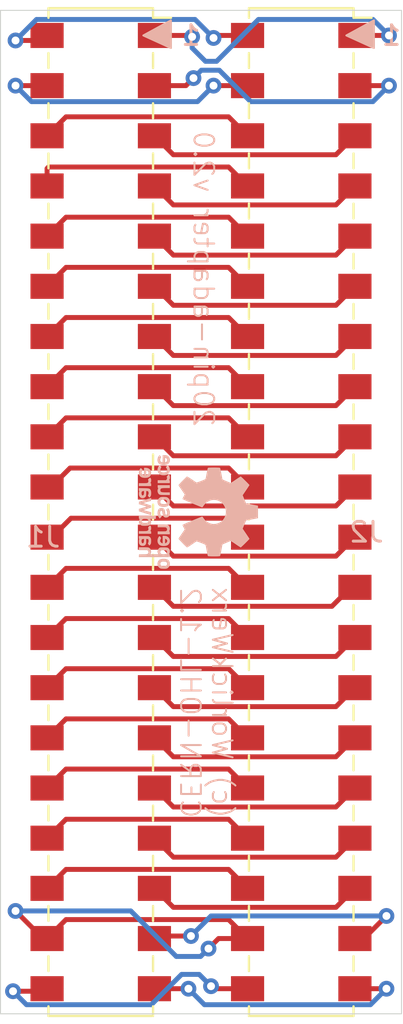
<source format=kicad_pcb>
(kicad_pcb (version 20171130) (host pcbnew 5.1.6-c6e7f7d~86~ubuntu18.04.1)

  (general
    (thickness 1.6)
    (drawings 10)
    (tracks 177)
    (zones 0)
    (modules 3)
    (nets 41)
  )

  (page A4)
  (layers
    (0 F.Cu signal)
    (31 B.Cu signal)
    (32 B.Adhes user)
    (33 F.Adhes user)
    (34 B.Paste user)
    (35 F.Paste user)
    (36 B.SilkS user)
    (37 F.SilkS user)
    (38 B.Mask user)
    (39 F.Mask user)
    (40 Dwgs.User user)
    (41 Cmts.User user)
    (42 Eco1.User user)
    (43 Eco2.User user)
    (44 Edge.Cuts user)
    (45 Margin user)
    (46 B.CrtYd user)
    (47 F.CrtYd user)
    (48 B.Fab user)
    (49 F.Fab user)
  )

  (setup
    (last_trace_width 0.25)
    (trace_clearance 0.2)
    (zone_clearance 0.508)
    (zone_45_only no)
    (trace_min 0.2)
    (via_size 0.8)
    (via_drill 0.4)
    (via_min_size 0.4)
    (via_min_drill 0.3)
    (uvia_size 0.3)
    (uvia_drill 0.1)
    (uvias_allowed no)
    (uvia_min_size 0.2)
    (uvia_min_drill 0.1)
    (edge_width 0.05)
    (segment_width 0.2)
    (pcb_text_width 0.3)
    (pcb_text_size 1.5 1.5)
    (mod_edge_width 0.12)
    (mod_text_size 1 1)
    (mod_text_width 0.15)
    (pad_size 1.524 1.524)
    (pad_drill 0.762)
    (pad_to_mask_clearance 0.05)
    (aux_axis_origin 0 0)
    (visible_elements FFFFFF7F)
    (pcbplotparams
      (layerselection 0x010fc_ffffffff)
      (usegerberextensions false)
      (usegerberattributes true)
      (usegerberadvancedattributes true)
      (creategerberjobfile true)
      (excludeedgelayer true)
      (linewidth 0.100000)
      (plotframeref false)
      (viasonmask false)
      (mode 1)
      (useauxorigin false)
      (hpglpennumber 1)
      (hpglpenspeed 20)
      (hpglpendiameter 15.000000)
      (psnegative false)
      (psa4output false)
      (plotreference true)
      (plotvalue true)
      (plotinvisibletext false)
      (padsonsilk false)
      (subtractmaskfromsilk false)
      (outputformat 1)
      (mirror false)
      (drillshape 0)
      (scaleselection 1)
      (outputdirectory ""))
  )

  (net 0 "")
  (net 1 /PI40)
  (net 2 /PI39)
  (net 3 /PI38)
  (net 4 /PI37)
  (net 5 /PI36)
  (net 6 /PI35)
  (net 7 /PI34)
  (net 8 /PI33)
  (net 9 /PI32)
  (net 10 /PI31)
  (net 11 /PI30)
  (net 12 /PI29)
  (net 13 /PI28)
  (net 14 /PI27)
  (net 15 /PI26)
  (net 16 /PI25)
  (net 17 /PI24)
  (net 18 /PI23)
  (net 19 /PI22)
  (net 20 /PI21)
  (net 21 /PI20)
  (net 22 /PI19)
  (net 23 /PI18)
  (net 24 /PI17)
  (net 25 /PI16)
  (net 26 /PI15)
  (net 27 /PI14)
  (net 28 /PI13)
  (net 29 /PI12)
  (net 30 /PI11)
  (net 31 /PI10)
  (net 32 /PI9)
  (net 33 /PI8)
  (net 34 /PI7)
  (net 35 /PI6)
  (net 36 /PI5)
  (net 37 /PI4)
  (net 38 /PI3)
  (net 39 /PI2)
  (net 40 /PI1)

  (net_class Default "This is the default net class."
    (clearance 0.2)
    (trace_width 0.25)
    (via_dia 0.8)
    (via_drill 0.4)
    (uvia_dia 0.3)
    (uvia_drill 0.1)
    (add_net /PI1)
    (add_net /PI10)
    (add_net /PI11)
    (add_net /PI12)
    (add_net /PI13)
    (add_net /PI14)
    (add_net /PI15)
    (add_net /PI16)
    (add_net /PI17)
    (add_net /PI18)
    (add_net /PI19)
    (add_net /PI2)
    (add_net /PI20)
    (add_net /PI21)
    (add_net /PI22)
    (add_net /PI23)
    (add_net /PI24)
    (add_net /PI25)
    (add_net /PI26)
    (add_net /PI27)
    (add_net /PI28)
    (add_net /PI29)
    (add_net /PI3)
    (add_net /PI30)
    (add_net /PI31)
    (add_net /PI32)
    (add_net /PI33)
    (add_net /PI34)
    (add_net /PI35)
    (add_net /PI36)
    (add_net /PI37)
    (add_net /PI38)
    (add_net /PI39)
    (add_net /PI4)
    (add_net /PI40)
    (add_net /PI5)
    (add_net /PI6)
    (add_net /PI7)
    (add_net /PI8)
    (add_net /PI9)
  )

  (module Symbol:OSHW-Logo_5.7x6mm_SilkScreen (layer B.Cu) (tedit 0) (tstamp 5F0ED335)
    (at 159.893 91.44 90)
    (descr "Open Source Hardware Logo")
    (tags "Logo OSHW")
    (attr virtual)
    (fp_text reference REF** (at 0 0 270) (layer B.SilkS) hide
      (effects (font (size 1 1) (thickness 0.15)) (justify mirror))
    )
    (fp_text value OSHW-Logo_5.7x6mm_SilkScreen (at 0.75 0 270) (layer B.Fab) hide
      (effects (font (size 1 1) (thickness 0.15)) (justify mirror))
    )
    (fp_poly (pts (xy -1.908759 -1.469184) (xy -1.882247 -1.482282) (xy -1.849553 -1.505106) (xy -1.825725 -1.529996)
      (xy -1.809406 -1.561249) (xy -1.79924 -1.603166) (xy -1.793872 -1.660044) (xy -1.791944 -1.736184)
      (xy -1.791831 -1.768917) (xy -1.792161 -1.840656) (xy -1.793527 -1.891927) (xy -1.7965 -1.927404)
      (xy -1.801649 -1.951763) (xy -1.809543 -1.96968) (xy -1.817757 -1.981902) (xy -1.870187 -2.033905)
      (xy -1.93193 -2.065184) (xy -1.998536 -2.074592) (xy -2.065558 -2.06098) (xy -2.086792 -2.051354)
      (xy -2.137624 -2.024859) (xy -2.137624 -2.440052) (xy -2.100525 -2.420868) (xy -2.051643 -2.406025)
      (xy -1.991561 -2.402222) (xy -1.931564 -2.409243) (xy -1.886256 -2.425013) (xy -1.848675 -2.455047)
      (xy -1.816564 -2.498024) (xy -1.81415 -2.502436) (xy -1.803967 -2.523221) (xy -1.79653 -2.54417)
      (xy -1.791411 -2.569548) (xy -1.788181 -2.603618) (xy -1.786413 -2.650641) (xy -1.785677 -2.714882)
      (xy -1.785544 -2.787176) (xy -1.785544 -3.017822) (xy -1.923861 -3.017822) (xy -1.923861 -2.592533)
      (xy -1.962549 -2.559979) (xy -2.002738 -2.53394) (xy -2.040797 -2.529205) (xy -2.079066 -2.541389)
      (xy -2.099462 -2.55332) (xy -2.114642 -2.570313) (xy -2.125438 -2.595995) (xy -2.132683 -2.633991)
      (xy -2.137208 -2.687926) (xy -2.139844 -2.761425) (xy -2.140772 -2.810347) (xy -2.143911 -3.011535)
      (xy -2.209926 -3.015336) (xy -2.27594 -3.019136) (xy -2.27594 -1.77065) (xy -2.137624 -1.77065)
      (xy -2.134097 -1.840254) (xy -2.122215 -1.888569) (xy -2.10002 -1.918631) (xy -2.065559 -1.933471)
      (xy -2.030742 -1.936436) (xy -1.991329 -1.933028) (xy -1.965171 -1.919617) (xy -1.948814 -1.901896)
      (xy -1.935937 -1.882835) (xy -1.928272 -1.861601) (xy -1.924861 -1.831849) (xy -1.924749 -1.787236)
      (xy -1.925897 -1.74988) (xy -1.928532 -1.693604) (xy -1.932456 -1.656658) (xy -1.939063 -1.633223)
      (xy -1.949749 -1.61748) (xy -1.959833 -1.60838) (xy -2.00197 -1.588537) (xy -2.05184 -1.585332)
      (xy -2.080476 -1.592168) (xy -2.108828 -1.616464) (xy -2.127609 -1.663728) (xy -2.136712 -1.733624)
      (xy -2.137624 -1.77065) (xy -2.27594 -1.77065) (xy -2.27594 -1.458614) (xy -2.206782 -1.458614)
      (xy -2.16526 -1.460256) (xy -2.143838 -1.466087) (xy -2.137626 -1.477461) (xy -2.137624 -1.477798)
      (xy -2.134742 -1.488938) (xy -2.12203 -1.487673) (xy -2.096757 -1.475433) (xy -2.037869 -1.456707)
      (xy -1.971615 -1.454739) (xy -1.908759 -1.469184)) (layer B.SilkS) (width 0.01))
    (fp_poly (pts (xy -1.38421 -2.406555) (xy -1.325055 -2.422339) (xy -1.280023 -2.450948) (xy -1.248246 -2.488419)
      (xy -1.238366 -2.504411) (xy -1.231073 -2.521163) (xy -1.225974 -2.542592) (xy -1.222679 -2.572616)
      (xy -1.220797 -2.615154) (xy -1.219937 -2.674122) (xy -1.219707 -2.75344) (xy -1.219703 -2.774484)
      (xy -1.219703 -3.017822) (xy -1.280059 -3.017822) (xy -1.318557 -3.015126) (xy -1.347023 -3.008295)
      (xy -1.354155 -3.004083) (xy -1.373652 -2.996813) (xy -1.393566 -3.004083) (xy -1.426353 -3.01316)
      (xy -1.473978 -3.016813) (xy -1.526764 -3.015228) (xy -1.575036 -3.008589) (xy -1.603218 -3.000072)
      (xy -1.657753 -2.965063) (xy -1.691835 -2.916479) (xy -1.707157 -2.851882) (xy -1.707299 -2.850223)
      (xy -1.705955 -2.821566) (xy -1.584356 -2.821566) (xy -1.573726 -2.854161) (xy -1.55641 -2.872505)
      (xy -1.521652 -2.886379) (xy -1.475773 -2.891917) (xy -1.428988 -2.889191) (xy -1.391514 -2.878274)
      (xy -1.381015 -2.871269) (xy -1.362668 -2.838904) (xy -1.35802 -2.802111) (xy -1.35802 -2.753763)
      (xy -1.427582 -2.753763) (xy -1.493667 -2.75885) (xy -1.543764 -2.773263) (xy -1.574929 -2.795729)
      (xy -1.584356 -2.821566) (xy -1.705955 -2.821566) (xy -1.703987 -2.779647) (xy -1.68071 -2.723845)
      (xy -1.636948 -2.681647) (xy -1.630899 -2.677808) (xy -1.604907 -2.665309) (xy -1.572735 -2.65774)
      (xy -1.52776 -2.654061) (xy -1.474331 -2.653216) (xy -1.35802 -2.653169) (xy -1.35802 -2.604411)
      (xy -1.362953 -2.566581) (xy -1.375543 -2.541236) (xy -1.377017 -2.539887) (xy -1.405034 -2.5288)
      (xy -1.447326 -2.524503) (xy -1.494064 -2.526615) (xy -1.535418 -2.534756) (xy -1.559957 -2.546965)
      (xy -1.573253 -2.556746) (xy -1.587294 -2.558613) (xy -1.606671 -2.5506) (xy -1.635976 -2.530739)
      (xy -1.679803 -2.497063) (xy -1.683825 -2.493909) (xy -1.681764 -2.482236) (xy -1.664568 -2.462822)
      (xy -1.638433 -2.441248) (xy -1.609552 -2.423096) (xy -1.600478 -2.418809) (xy -1.56738 -2.410256)
      (xy -1.51888 -2.404155) (xy -1.464695 -2.401708) (xy -1.462161 -2.401703) (xy -1.38421 -2.406555)) (layer B.SilkS) (width 0.01))
    (fp_poly (pts (xy -0.993356 -2.40302) (xy -0.974539 -2.40866) (xy -0.968473 -2.421053) (xy -0.968218 -2.426647)
      (xy -0.967129 -2.44223) (xy -0.959632 -2.444676) (xy -0.939381 -2.433993) (xy -0.927351 -2.426694)
      (xy -0.8894 -2.411063) (xy -0.844072 -2.403334) (xy -0.796544 -2.40274) (xy -0.751995 -2.408513)
      (xy -0.715602 -2.419884) (xy -0.692543 -2.436088) (xy -0.687996 -2.456355) (xy -0.690291 -2.461843)
      (xy -0.70702 -2.484626) (xy -0.732963 -2.512647) (xy -0.737655 -2.517177) (xy -0.762383 -2.538005)
      (xy -0.783718 -2.544735) (xy -0.813555 -2.540038) (xy -0.825508 -2.536917) (xy -0.862705 -2.529421)
      (xy -0.888859 -2.532792) (xy -0.910946 -2.544681) (xy -0.931178 -2.560635) (xy -0.946079 -2.5807)
      (xy -0.956434 -2.608702) (xy -0.963029 -2.648467) (xy -0.966649 -2.703823) (xy -0.968078 -2.778594)
      (xy -0.968218 -2.82374) (xy -0.968218 -3.017822) (xy -1.09396 -3.017822) (xy -1.09396 -2.401683)
      (xy -1.031089 -2.401683) (xy -0.993356 -2.40302)) (layer B.SilkS) (width 0.01))
    (fp_poly (pts (xy -0.201188 -3.017822) (xy -0.270346 -3.017822) (xy -0.310488 -3.016645) (xy -0.331394 -3.011772)
      (xy -0.338922 -3.001186) (xy -0.339505 -2.994029) (xy -0.340774 -2.979676) (xy -0.348779 -2.976923)
      (xy -0.369815 -2.985771) (xy -0.386173 -2.994029) (xy -0.448977 -3.013597) (xy -0.517248 -3.014729)
      (xy -0.572752 -3.000135) (xy -0.624438 -2.964877) (xy -0.663838 -2.912835) (xy -0.685413 -2.85145)
      (xy -0.685962 -2.848018) (xy -0.689167 -2.810571) (xy -0.690761 -2.756813) (xy -0.690633 -2.716155)
      (xy -0.553279 -2.716155) (xy -0.550097 -2.770194) (xy -0.542859 -2.814735) (xy -0.53306 -2.839888)
      (xy -0.495989 -2.87426) (xy -0.451974 -2.886582) (xy -0.406584 -2.876618) (xy -0.367797 -2.846895)
      (xy -0.353108 -2.826905) (xy -0.344519 -2.80305) (xy -0.340496 -2.76823) (xy -0.339505 -2.71593)
      (xy -0.341278 -2.664139) (xy -0.345963 -2.618634) (xy -0.352603 -2.588181) (xy -0.35371 -2.585452)
      (xy -0.380491 -2.553) (xy -0.419579 -2.535183) (xy -0.463315 -2.532306) (xy -0.504038 -2.544674)
      (xy -0.534087 -2.572593) (xy -0.537204 -2.578148) (xy -0.546961 -2.612022) (xy -0.552277 -2.660728)
      (xy -0.553279 -2.716155) (xy -0.690633 -2.716155) (xy -0.690568 -2.69554) (xy -0.689664 -2.662563)
      (xy -0.683514 -2.580981) (xy -0.670733 -2.51973) (xy -0.649471 -2.474449) (xy -0.617878 -2.440779)
      (xy -0.587207 -2.421014) (xy -0.544354 -2.40712) (xy -0.491056 -2.402354) (xy -0.43648 -2.406236)
      (xy -0.389792 -2.418282) (xy -0.365124 -2.432693) (xy -0.339505 -2.455878) (xy -0.339505 -2.162773)
      (xy -0.201188 -2.162773) (xy -0.201188 -3.017822)) (layer B.SilkS) (width 0.01))
    (fp_poly (pts (xy 0.281524 -2.404237) (xy 0.331255 -2.407971) (xy 0.461291 -2.797773) (xy 0.481678 -2.728614)
      (xy 0.493946 -2.685874) (xy 0.510085 -2.628115) (xy 0.527512 -2.564625) (xy 0.536726 -2.53057)
      (xy 0.571388 -2.401683) (xy 0.714391 -2.401683) (xy 0.671646 -2.536857) (xy 0.650596 -2.603342)
      (xy 0.625167 -2.683539) (xy 0.59861 -2.767193) (xy 0.574902 -2.841782) (xy 0.520902 -3.011535)
      (xy 0.462598 -3.015328) (xy 0.404295 -3.019122) (xy 0.372679 -2.914734) (xy 0.353182 -2.849889)
      (xy 0.331904 -2.7784) (xy 0.313308 -2.715263) (xy 0.312574 -2.71275) (xy 0.298684 -2.669969)
      (xy 0.286429 -2.640779) (xy 0.277846 -2.629741) (xy 0.276082 -2.631018) (xy 0.269891 -2.64813)
      (xy 0.258128 -2.684787) (xy 0.242225 -2.736378) (xy 0.223614 -2.798294) (xy 0.213543 -2.832352)
      (xy 0.159007 -3.017822) (xy 0.043264 -3.017822) (xy -0.049263 -2.725471) (xy -0.075256 -2.643462)
      (xy -0.098934 -2.568987) (xy -0.11918 -2.505544) (xy -0.134874 -2.456632) (xy -0.144898 -2.425749)
      (xy -0.147945 -2.416726) (xy -0.145533 -2.407487) (xy -0.126592 -2.403441) (xy -0.087177 -2.403846)
      (xy -0.081007 -2.404152) (xy -0.007914 -2.407971) (xy 0.039957 -2.58401) (xy 0.057553 -2.648211)
      (xy 0.073277 -2.704649) (xy 0.085746 -2.748422) (xy 0.093574 -2.77463) (xy 0.09502 -2.778903)
      (xy 0.101014 -2.77399) (xy 0.113101 -2.748532) (xy 0.129893 -2.705997) (xy 0.150003 -2.64985)
      (xy 0.167003 -2.59913) (xy 0.231794 -2.400504) (xy 0.281524 -2.404237)) (layer B.SilkS) (width 0.01))
    (fp_poly (pts (xy 1.038411 -2.405417) (xy 1.091411 -2.41829) (xy 1.106731 -2.42511) (xy 1.136428 -2.442974)
      (xy 1.15922 -2.463093) (xy 1.176083 -2.488962) (xy 1.187998 -2.524073) (xy 1.195942 -2.57192)
      (xy 1.200894 -2.635996) (xy 1.203831 -2.719794) (xy 1.204947 -2.775768) (xy 1.209052 -3.017822)
      (xy 1.138932 -3.017822) (xy 1.096393 -3.016038) (xy 1.074476 -3.009942) (xy 1.068812 -2.999706)
      (xy 1.065821 -2.988637) (xy 1.052451 -2.990754) (xy 1.034233 -2.999629) (xy 0.988624 -3.013233)
      (xy 0.930007 -3.016899) (xy 0.868354 -3.010903) (xy 0.813638 -2.995521) (xy 0.80873 -2.993386)
      (xy 0.758723 -2.958255) (xy 0.725756 -2.909419) (xy 0.710587 -2.852333) (xy 0.711746 -2.831824)
      (xy 0.835508 -2.831824) (xy 0.846413 -2.859425) (xy 0.878745 -2.879204) (xy 0.93091 -2.889819)
      (xy 0.958787 -2.891228) (xy 1.005247 -2.88762) (xy 1.036129 -2.873597) (xy 1.043664 -2.866931)
      (xy 1.064076 -2.830666) (xy 1.068812 -2.797773) (xy 1.068812 -2.753763) (xy 1.007513 -2.753763)
      (xy 0.936256 -2.757395) (xy 0.886276 -2.768818) (xy 0.854696 -2.788824) (xy 0.847626 -2.797743)
      (xy 0.835508 -2.831824) (xy 0.711746 -2.831824) (xy 0.713971 -2.792456) (xy 0.736663 -2.735244)
      (xy 0.767624 -2.69658) (xy 0.786376 -2.679864) (xy 0.804733 -2.668878) (xy 0.828619 -2.66218)
      (xy 0.863957 -2.658326) (xy 0.916669 -2.655873) (xy 0.937577 -2.655168) (xy 1.068812 -2.650879)
      (xy 1.06862 -2.611158) (xy 1.063537 -2.569405) (xy 1.045162 -2.544158) (xy 1.008039 -2.52803)
      (xy 1.007043 -2.527742) (xy 0.95441 -2.5214) (xy 0.902906 -2.529684) (xy 0.86463 -2.549827)
      (xy 0.849272 -2.559773) (xy 0.83273 -2.558397) (xy 0.807275 -2.543987) (xy 0.792328 -2.533817)
      (xy 0.763091 -2.512088) (xy 0.74498 -2.4958) (xy 0.742074 -2.491137) (xy 0.75404 -2.467005)
      (xy 0.789396 -2.438185) (xy 0.804753 -2.428461) (xy 0.848901 -2.411714) (xy 0.908398 -2.402227)
      (xy 0.974487 -2.400095) (xy 1.038411 -2.405417)) (layer B.SilkS) (width 0.01))
    (fp_poly (pts (xy 1.635255 -2.401486) (xy 1.683595 -2.411015) (xy 1.711114 -2.425125) (xy 1.740064 -2.448568)
      (xy 1.698876 -2.500571) (xy 1.673482 -2.532064) (xy 1.656238 -2.547428) (xy 1.639102 -2.549776)
      (xy 1.614027 -2.542217) (xy 1.602257 -2.537941) (xy 1.55427 -2.531631) (xy 1.510324 -2.545156)
      (xy 1.47806 -2.57571) (xy 1.472819 -2.585452) (xy 1.467112 -2.611258) (xy 1.462706 -2.658817)
      (xy 1.459811 -2.724758) (xy 1.458631 -2.80571) (xy 1.458614 -2.817226) (xy 1.458614 -3.017822)
      (xy 1.320297 -3.017822) (xy 1.320297 -2.401683) (xy 1.389456 -2.401683) (xy 1.429333 -2.402725)
      (xy 1.450107 -2.407358) (xy 1.457789 -2.417849) (xy 1.458614 -2.427745) (xy 1.458614 -2.453806)
      (xy 1.491745 -2.427745) (xy 1.529735 -2.409965) (xy 1.58077 -2.401174) (xy 1.635255 -2.401486)) (layer B.SilkS) (width 0.01))
    (fp_poly (pts (xy 2.032581 -2.40497) (xy 2.092685 -2.420597) (xy 2.143021 -2.452848) (xy 2.167393 -2.47694)
      (xy 2.207345 -2.533895) (xy 2.230242 -2.599965) (xy 2.238108 -2.681182) (xy 2.238148 -2.687748)
      (xy 2.238218 -2.753763) (xy 1.858264 -2.753763) (xy 1.866363 -2.788342) (xy 1.880987 -2.819659)
      (xy 1.906581 -2.852291) (xy 1.911935 -2.8575) (xy 1.957943 -2.885694) (xy 2.01041 -2.890475)
      (xy 2.070803 -2.871926) (xy 2.08104 -2.866931) (xy 2.112439 -2.851745) (xy 2.13347 -2.843094)
      (xy 2.137139 -2.842293) (xy 2.149948 -2.850063) (xy 2.174378 -2.869072) (xy 2.186779 -2.87946)
      (xy 2.212476 -2.903321) (xy 2.220915 -2.919077) (xy 2.215058 -2.933571) (xy 2.211928 -2.937534)
      (xy 2.190725 -2.954879) (xy 2.155738 -2.975959) (xy 2.131337 -2.988265) (xy 2.062072 -3.009946)
      (xy 1.985388 -3.016971) (xy 1.912765 -3.008647) (xy 1.892426 -3.002686) (xy 1.829476 -2.968952)
      (xy 1.782815 -2.917045) (xy 1.752173 -2.846459) (xy 1.737282 -2.756692) (xy 1.735647 -2.709753)
      (xy 1.740421 -2.641413) (xy 1.86099 -2.641413) (xy 1.872652 -2.646465) (xy 1.903998 -2.650429)
      (xy 1.949571 -2.652768) (xy 1.980446 -2.653169) (xy 2.035981 -2.652783) (xy 2.071033 -2.650975)
      (xy 2.090262 -2.646773) (xy 2.09833 -2.639203) (xy 2.099901 -2.628218) (xy 2.089121 -2.594381)
      (xy 2.06198 -2.56094) (xy 2.026277 -2.535272) (xy 1.99056 -2.524772) (xy 1.942048 -2.534086)
      (xy 1.900053 -2.561013) (xy 1.870936 -2.599827) (xy 1.86099 -2.641413) (xy 1.740421 -2.641413)
      (xy 1.742599 -2.610236) (xy 1.764055 -2.530949) (xy 1.80047 -2.471263) (xy 1.852297 -2.430549)
      (xy 1.91999 -2.408179) (xy 1.956662 -2.403871) (xy 2.032581 -2.40497)) (layer B.SilkS) (width 0.01))
    (fp_poly (pts (xy -2.538261 -1.465148) (xy -2.472479 -1.494231) (xy -2.42254 -1.542793) (xy -2.388374 -1.610908)
      (xy -2.369907 -1.698651) (xy -2.368583 -1.712351) (xy -2.367546 -1.808939) (xy -2.380993 -1.893602)
      (xy -2.408108 -1.962221) (xy -2.422627 -1.984294) (xy -2.473201 -2.031011) (xy -2.537609 -2.061268)
      (xy -2.609666 -2.073824) (xy -2.683185 -2.067439) (xy -2.739072 -2.047772) (xy -2.787132 -2.014629)
      (xy -2.826412 -1.971175) (xy -2.827092 -1.970158) (xy -2.843044 -1.943338) (xy -2.85341 -1.916368)
      (xy -2.859688 -1.882332) (xy -2.863373 -1.83431) (xy -2.864997 -1.794931) (xy -2.865672 -1.759219)
      (xy -2.739955 -1.759219) (xy -2.738726 -1.79477) (xy -2.734266 -1.842094) (xy -2.726397 -1.872465)
      (xy -2.712207 -1.894072) (xy -2.698917 -1.906694) (xy -2.651802 -1.933122) (xy -2.602505 -1.936653)
      (xy -2.556593 -1.917639) (xy -2.533638 -1.896331) (xy -2.517096 -1.874859) (xy -2.507421 -1.854313)
      (xy -2.503174 -1.827574) (xy -2.50292 -1.787523) (xy -2.504228 -1.750638) (xy -2.507043 -1.697947)
      (xy -2.511505 -1.663772) (xy -2.519548 -1.64148) (xy -2.533103 -1.624442) (xy -2.543845 -1.614703)
      (xy -2.588777 -1.589123) (xy -2.637249 -1.587847) (xy -2.677894 -1.602999) (xy -2.712567 -1.634642)
      (xy -2.733224 -1.68662) (xy -2.739955 -1.759219) (xy -2.865672 -1.759219) (xy -2.866479 -1.716621)
      (xy -2.863948 -1.658056) (xy -2.856362 -1.614007) (xy -2.842681 -1.579248) (xy -2.821865 -1.548551)
      (xy -2.814147 -1.539436) (xy -2.765889 -1.494021) (xy -2.714128 -1.467493) (xy -2.650828 -1.456379)
      (xy -2.619961 -1.455471) (xy -2.538261 -1.465148)) (layer B.SilkS) (width 0.01))
    (fp_poly (pts (xy -1.356699 -1.472614) (xy -1.344168 -1.478514) (xy -1.300799 -1.510283) (xy -1.25979 -1.556646)
      (xy -1.229168 -1.607696) (xy -1.220459 -1.631166) (xy -1.212512 -1.673091) (xy -1.207774 -1.723757)
      (xy -1.207199 -1.744679) (xy -1.207129 -1.810693) (xy -1.587083 -1.810693) (xy -1.578983 -1.845273)
      (xy -1.559104 -1.88617) (xy -1.524347 -1.921514) (xy -1.482998 -1.944282) (xy -1.456649 -1.94901)
      (xy -1.420916 -1.943273) (xy -1.378282 -1.928882) (xy -1.363799 -1.922262) (xy -1.31024 -1.895513)
      (xy -1.264533 -1.930376) (xy -1.238158 -1.953955) (xy -1.224124 -1.973417) (xy -1.223414 -1.979129)
      (xy -1.235951 -1.992973) (xy -1.263428 -2.014012) (xy -1.288366 -2.030425) (xy -1.355664 -2.05993)
      (xy -1.43111 -2.073284) (xy -1.505888 -2.069812) (xy -1.565495 -2.051663) (xy -1.626941 -2.012784)
      (xy -1.670608 -1.961595) (xy -1.697926 -1.895367) (xy -1.710322 -1.811371) (xy -1.711421 -1.772936)
      (xy -1.707022 -1.684861) (xy -1.706482 -1.682299) (xy -1.580582 -1.682299) (xy -1.577115 -1.690558)
      (xy -1.562863 -1.695113) (xy -1.53347 -1.697065) (xy -1.484575 -1.697517) (xy -1.465748 -1.697525)
      (xy -1.408467 -1.696843) (xy -1.372141 -1.694364) (xy -1.352604 -1.689443) (xy -1.34569 -1.681434)
      (xy -1.345445 -1.678862) (xy -1.353336 -1.658423) (xy -1.373085 -1.629789) (xy -1.381575 -1.619763)
      (xy -1.413094 -1.591408) (xy -1.445949 -1.580259) (xy -1.463651 -1.579327) (xy -1.511539 -1.590981)
      (xy -1.551699 -1.622285) (xy -1.577173 -1.667752) (xy -1.577625 -1.669233) (xy -1.580582 -1.682299)
      (xy -1.706482 -1.682299) (xy -1.692392 -1.61551) (xy -1.666038 -1.560025) (xy -1.633807 -1.520639)
      (xy -1.574217 -1.477931) (xy -1.504168 -1.455109) (xy -1.429661 -1.453046) (xy -1.356699 -1.472614)) (layer B.SilkS) (width 0.01))
    (fp_poly (pts (xy 0.014017 -1.456452) (xy 0.061634 -1.465482) (xy 0.111034 -1.48437) (xy 0.116312 -1.486777)
      (xy 0.153774 -1.506476) (xy 0.179717 -1.524781) (xy 0.188103 -1.536508) (xy 0.180117 -1.555632)
      (xy 0.16072 -1.58385) (xy 0.15211 -1.594384) (xy 0.116628 -1.635847) (xy 0.070885 -1.608858)
      (xy 0.02735 -1.590878) (xy -0.02295 -1.581267) (xy -0.071188 -1.58066) (xy -0.108533 -1.589691)
      (xy -0.117495 -1.595327) (xy -0.134563 -1.621171) (xy -0.136637 -1.650941) (xy -0.123866 -1.674197)
      (xy -0.116312 -1.678708) (xy -0.093675 -1.684309) (xy -0.053885 -1.690892) (xy -0.004834 -1.697183)
      (xy 0.004215 -1.69817) (xy 0.082996 -1.711798) (xy 0.140136 -1.734946) (xy 0.17803 -1.769752)
      (xy 0.199079 -1.818354) (xy 0.205635 -1.877718) (xy 0.196577 -1.945198) (xy 0.167164 -1.998188)
      (xy 0.117278 -2.036783) (xy 0.0468 -2.061081) (xy -0.031435 -2.070667) (xy -0.095234 -2.070552)
      (xy -0.146984 -2.061845) (xy -0.182327 -2.049825) (xy -0.226983 -2.02888) (xy -0.268253 -2.004574)
      (xy -0.282921 -1.993876) (xy -0.320643 -1.963084) (xy -0.275148 -1.917049) (xy -0.229653 -1.871013)
      (xy -0.177928 -1.905243) (xy -0.126048 -1.930952) (xy -0.070649 -1.944399) (xy -0.017395 -1.945818)
      (xy 0.028049 -1.935443) (xy 0.060016 -1.913507) (xy 0.070338 -1.894998) (xy 0.068789 -1.865314)
      (xy 0.04314 -1.842615) (xy -0.00654 -1.82694) (xy -0.060969 -1.819695) (xy -0.144736 -1.805873)
      (xy -0.206967 -1.779796) (xy -0.248493 -1.740699) (xy -0.270147 -1.68782) (xy -0.273147 -1.625126)
      (xy -0.258329 -1.559642) (xy -0.224546 -1.510144) (xy -0.171495 -1.476408) (xy -0.098874 -1.458207)
      (xy -0.045072 -1.454639) (xy 0.014017 -1.456452)) (layer B.SilkS) (width 0.01))
    (fp_poly (pts (xy 0.610762 -1.466055) (xy 0.674363 -1.500692) (xy 0.724123 -1.555372) (xy 0.747568 -1.599842)
      (xy 0.757634 -1.639121) (xy 0.764156 -1.695116) (xy 0.766951 -1.759621) (xy 0.765836 -1.824429)
      (xy 0.760626 -1.881334) (xy 0.754541 -1.911727) (xy 0.734014 -1.953306) (xy 0.698463 -1.997468)
      (xy 0.655619 -2.036087) (xy 0.613211 -2.061034) (xy 0.612177 -2.06143) (xy 0.559553 -2.072331)
      (xy 0.497188 -2.072601) (xy 0.437924 -2.062676) (xy 0.41504 -2.054722) (xy 0.356102 -2.0213)
      (xy 0.31389 -1.977511) (xy 0.286156 -1.919538) (xy 0.270651 -1.843565) (xy 0.267143 -1.803771)
      (xy 0.26759 -1.753766) (xy 0.402376 -1.753766) (xy 0.406917 -1.826732) (xy 0.419986 -1.882334)
      (xy 0.440756 -1.917861) (xy 0.455552 -1.92802) (xy 0.493464 -1.935104) (xy 0.538527 -1.933007)
      (xy 0.577487 -1.922812) (xy 0.587704 -1.917204) (xy 0.614659 -1.884538) (xy 0.632451 -1.834545)
      (xy 0.640024 -1.773705) (xy 0.636325 -1.708497) (xy 0.628057 -1.669253) (xy 0.60432 -1.623805)
      (xy 0.566849 -1.595396) (xy 0.52172 -1.585573) (xy 0.475011 -1.595887) (xy 0.439132 -1.621112)
      (xy 0.420277 -1.641925) (xy 0.409272 -1.662439) (xy 0.404026 -1.690203) (xy 0.402449 -1.732762)
      (xy 0.402376 -1.753766) (xy 0.26759 -1.753766) (xy 0.268094 -1.69758) (xy 0.285388 -1.610501)
      (xy 0.319029 -1.54253) (xy 0.369018 -1.493664) (xy 0.435356 -1.463899) (xy 0.449601 -1.460448)
      (xy 0.53521 -1.452345) (xy 0.610762 -1.466055)) (layer B.SilkS) (width 0.01))
    (fp_poly (pts (xy 0.993367 -1.654342) (xy 0.994555 -1.746563) (xy 0.998897 -1.81661) (xy 1.007558 -1.867381)
      (xy 1.021704 -1.901772) (xy 1.0425 -1.922679) (xy 1.07111 -1.933) (xy 1.106535 -1.935636)
      (xy 1.143636 -1.932682) (xy 1.171818 -1.921889) (xy 1.192243 -1.90036) (xy 1.206079 -1.865199)
      (xy 1.214491 -1.81351) (xy 1.218643 -1.742394) (xy 1.219703 -1.654342) (xy 1.219703 -1.458614)
      (xy 1.35802 -1.458614) (xy 1.35802 -2.062179) (xy 1.288862 -2.062179) (xy 1.24717 -2.060489)
      (xy 1.225701 -2.054556) (xy 1.219703 -2.043293) (xy 1.216091 -2.033261) (xy 1.201714 -2.035383)
      (xy 1.172736 -2.04958) (xy 1.106319 -2.07148) (xy 1.035875 -2.069928) (xy 0.968377 -2.046147)
      (xy 0.936233 -2.027362) (xy 0.911715 -2.007022) (xy 0.893804 -1.981573) (xy 0.881479 -1.947458)
      (xy 0.873723 -1.901121) (xy 0.869516 -1.839007) (xy 0.86784 -1.757561) (xy 0.867624 -1.694578)
      (xy 0.867624 -1.458614) (xy 0.993367 -1.458614) (xy 0.993367 -1.654342)) (layer B.SilkS) (width 0.01))
    (fp_poly (pts (xy 2.217226 -1.46388) (xy 2.29008 -1.49483) (xy 2.313027 -1.509895) (xy 2.342354 -1.533048)
      (xy 2.360764 -1.551253) (xy 2.363961 -1.557183) (xy 2.354935 -1.57034) (xy 2.331837 -1.592667)
      (xy 2.313344 -1.60825) (xy 2.262728 -1.648926) (xy 2.22276 -1.615295) (xy 2.191874 -1.593584)
      (xy 2.161759 -1.58609) (xy 2.127292 -1.58792) (xy 2.072561 -1.601528) (xy 2.034886 -1.629772)
      (xy 2.011991 -1.675433) (xy 2.001597 -1.741289) (xy 2.001595 -1.741331) (xy 2.002494 -1.814939)
      (xy 2.016463 -1.868946) (xy 2.044328 -1.905716) (xy 2.063325 -1.918168) (xy 2.113776 -1.933673)
      (xy 2.167663 -1.933683) (xy 2.214546 -1.918638) (xy 2.225644 -1.911287) (xy 2.253476 -1.892511)
      (xy 2.275236 -1.889434) (xy 2.298704 -1.903409) (xy 2.324649 -1.92851) (xy 2.365716 -1.97088)
      (xy 2.320121 -2.008464) (xy 2.249674 -2.050882) (xy 2.170233 -2.071785) (xy 2.087215 -2.070272)
      (xy 2.032694 -2.056411) (xy 1.96897 -2.022135) (xy 1.918005 -1.968212) (xy 1.894851 -1.930149)
      (xy 1.876099 -1.875536) (xy 1.866715 -1.806369) (xy 1.866643 -1.731407) (xy 1.875824 -1.659409)
      (xy 1.894199 -1.599137) (xy 1.897093 -1.592958) (xy 1.939952 -1.532351) (xy 1.997979 -1.488224)
      (xy 2.066591 -1.461493) (xy 2.141201 -1.453073) (xy 2.217226 -1.46388)) (layer B.SilkS) (width 0.01))
    (fp_poly (pts (xy 2.677898 -1.456457) (xy 2.710096 -1.464279) (xy 2.771825 -1.492921) (xy 2.82461 -1.536667)
      (xy 2.861141 -1.589117) (xy 2.86616 -1.600893) (xy 2.873045 -1.63174) (xy 2.877864 -1.677371)
      (xy 2.879505 -1.723492) (xy 2.879505 -1.810693) (xy 2.697178 -1.810693) (xy 2.621979 -1.810978)
      (xy 2.569003 -1.812704) (xy 2.535325 -1.817181) (xy 2.51802 -1.82572) (xy 2.514163 -1.83963)
      (xy 2.520829 -1.860222) (xy 2.53277 -1.884315) (xy 2.56608 -1.924525) (xy 2.612368 -1.944558)
      (xy 2.668944 -1.943905) (xy 2.733031 -1.922101) (xy 2.788417 -1.895193) (xy 2.834375 -1.931532)
      (xy 2.880333 -1.967872) (xy 2.837096 -2.007819) (xy 2.779374 -2.045563) (xy 2.708386 -2.06832)
      (xy 2.632029 -2.074688) (xy 2.558199 -2.063268) (xy 2.546287 -2.059393) (xy 2.481399 -2.025506)
      (xy 2.43313 -1.974986) (xy 2.400465 -1.906325) (xy 2.382385 -1.818014) (xy 2.382175 -1.816121)
      (xy 2.380556 -1.719878) (xy 2.3871 -1.685542) (xy 2.514852 -1.685542) (xy 2.526584 -1.690822)
      (xy 2.558438 -1.694867) (xy 2.605397 -1.697176) (xy 2.635154 -1.697525) (xy 2.690648 -1.697306)
      (xy 2.725346 -1.695916) (xy 2.743601 -1.692251) (xy 2.749766 -1.68521) (xy 2.748195 -1.67369)
      (xy 2.746878 -1.669233) (xy 2.724382 -1.627355) (xy 2.689003 -1.593604) (xy 2.65778 -1.578773)
      (xy 2.616301 -1.579668) (xy 2.574269 -1.598164) (xy 2.539012 -1.628786) (xy 2.517854 -1.666062)
      (xy 2.514852 -1.685542) (xy 2.3871 -1.685542) (xy 2.39669 -1.635229) (xy 2.428698 -1.564191)
      (xy 2.474701 -1.508779) (xy 2.532821 -1.471009) (xy 2.60118 -1.452896) (xy 2.677898 -1.456457)) (layer B.SilkS) (width 0.01))
    (fp_poly (pts (xy -0.754012 -1.469002) (xy -0.722717 -1.48395) (xy -0.692409 -1.505541) (xy -0.669318 -1.530391)
      (xy -0.6525 -1.562087) (xy -0.641006 -1.604214) (xy -0.633891 -1.660358) (xy -0.630207 -1.734106)
      (xy -0.629008 -1.829044) (xy -0.628989 -1.838985) (xy -0.628713 -2.062179) (xy -0.76703 -2.062179)
      (xy -0.76703 -1.856418) (xy -0.767128 -1.780189) (xy -0.767809 -1.724939) (xy -0.769651 -1.686501)
      (xy -0.773233 -1.660706) (xy -0.779132 -1.643384) (xy -0.787927 -1.630368) (xy -0.80018 -1.617507)
      (xy -0.843047 -1.589873) (xy -0.889843 -1.584745) (xy -0.934424 -1.602217) (xy -0.949928 -1.615221)
      (xy -0.96131 -1.627447) (xy -0.969481 -1.64054) (xy -0.974974 -1.658615) (xy -0.97832 -1.685787)
      (xy -0.980051 -1.72617) (xy -0.980697 -1.783879) (xy -0.980792 -1.854132) (xy -0.980792 -2.062179)
      (xy -1.119109 -2.062179) (xy -1.119109 -1.458614) (xy -1.04995 -1.458614) (xy -1.008428 -1.460256)
      (xy -0.987006 -1.466087) (xy -0.980795 -1.477461) (xy -0.980792 -1.477798) (xy -0.97791 -1.488938)
      (xy -0.965199 -1.487674) (xy -0.939926 -1.475434) (xy -0.882605 -1.457424) (xy -0.817037 -1.455421)
      (xy -0.754012 -1.469002)) (layer B.SilkS) (width 0.01))
    (fp_poly (pts (xy 1.79946 -1.45803) (xy 1.842711 -1.471245) (xy 1.870558 -1.487941) (xy 1.879629 -1.501145)
      (xy 1.877132 -1.516797) (xy 1.860931 -1.541385) (xy 1.847232 -1.5588) (xy 1.818992 -1.590283)
      (xy 1.797775 -1.603529) (xy 1.779688 -1.602664) (xy 1.726035 -1.58901) (xy 1.68663 -1.58963)
      (xy 1.654632 -1.605104) (xy 1.64389 -1.614161) (xy 1.609505 -1.646027) (xy 1.609505 -2.062179)
      (xy 1.471188 -2.062179) (xy 1.471188 -1.458614) (xy 1.540347 -1.458614) (xy 1.581869 -1.460256)
      (xy 1.603291 -1.466087) (xy 1.609502 -1.477461) (xy 1.609505 -1.477798) (xy 1.612439 -1.489713)
      (xy 1.625704 -1.488159) (xy 1.644084 -1.479563) (xy 1.682046 -1.463568) (xy 1.712872 -1.453945)
      (xy 1.752536 -1.451478) (xy 1.79946 -1.45803)) (layer B.SilkS) (width 0.01))
    (fp_poly (pts (xy 0.376964 2.709982) (xy 0.433812 2.40843) (xy 0.853338 2.235488) (xy 1.104984 2.406605)
      (xy 1.175458 2.45425) (xy 1.239163 2.49679) (xy 1.293126 2.532285) (xy 1.334373 2.55879)
      (xy 1.359934 2.574364) (xy 1.366895 2.577722) (xy 1.379435 2.569086) (xy 1.406231 2.545208)
      (xy 1.44428 2.509141) (xy 1.490579 2.463933) (xy 1.542123 2.412636) (xy 1.595909 2.358299)
      (xy 1.648935 2.303972) (xy 1.698195 2.252705) (xy 1.740687 2.207549) (xy 1.773407 2.171554)
      (xy 1.793351 2.14777) (xy 1.798119 2.13981) (xy 1.791257 2.125135) (xy 1.77202 2.092986)
      (xy 1.74243 2.046508) (xy 1.70451 1.988844) (xy 1.660282 1.92314) (xy 1.634654 1.885664)
      (xy 1.587941 1.817232) (xy 1.546432 1.75548) (xy 1.51214 1.703481) (xy 1.48708 1.664308)
      (xy 1.473264 1.641035) (xy 1.471188 1.636145) (xy 1.475895 1.622245) (xy 1.488723 1.58985)
      (xy 1.507738 1.543515) (xy 1.531003 1.487794) (xy 1.556584 1.427242) (xy 1.582545 1.366414)
      (xy 1.60695 1.309864) (xy 1.627863 1.262148) (xy 1.643349 1.227819) (xy 1.651472 1.211432)
      (xy 1.651952 1.210788) (xy 1.664707 1.207659) (xy 1.698677 1.200679) (xy 1.75034 1.190533)
      (xy 1.816176 1.177908) (xy 1.892664 1.163491) (xy 1.93729 1.155177) (xy 2.019021 1.139616)
      (xy 2.092843 1.124808) (xy 2.155021 1.111564) (xy 2.201822 1.100695) (xy 2.229509 1.093011)
      (xy 2.235074 1.090573) (xy 2.240526 1.07407) (xy 2.244924 1.0368) (xy 2.248272 0.98312)
      (xy 2.250574 0.917388) (xy 2.251832 0.843963) (xy 2.252048 0.767204) (xy 2.251227 0.691468)
      (xy 2.249371 0.621114) (xy 2.246482 0.5605) (xy 2.242565 0.513984) (xy 2.237622 0.485925)
      (xy 2.234657 0.480084) (xy 2.216934 0.473083) (xy 2.179381 0.463073) (xy 2.126964 0.451231)
      (xy 2.064652 0.438733) (xy 2.0429 0.43469) (xy 1.938024 0.41548) (xy 1.85518 0.400009)
      (xy 1.79163 0.387663) (xy 1.744637 0.377827) (xy 1.711463 0.369886) (xy 1.689371 0.363224)
      (xy 1.675624 0.357227) (xy 1.667484 0.351281) (xy 1.666345 0.350106) (xy 1.654977 0.331174)
      (xy 1.637635 0.294331) (xy 1.61605 0.244087) (xy 1.591954 0.184954) (xy 1.567079 0.121444)
      (xy 1.543157 0.058068) (xy 1.521919 -0.000662) (xy 1.505097 -0.050235) (xy 1.494422 -0.086139)
      (xy 1.491627 -0.103862) (xy 1.49186 -0.104483) (xy 1.501331 -0.11897) (xy 1.522818 -0.150844)
      (xy 1.554063 -0.196789) (xy 1.592807 -0.253485) (xy 1.636793 -0.317617) (xy 1.649319 -0.335842)
      (xy 1.693984 -0.401914) (xy 1.733288 -0.4622) (xy 1.765088 -0.513235) (xy 1.787245 -0.55156)
      (xy 1.797617 -0.573711) (xy 1.798119 -0.576432) (xy 1.789405 -0.590736) (xy 1.765325 -0.619072)
      (xy 1.728976 -0.658396) (xy 1.683453 -0.705661) (xy 1.631852 -0.757823) (xy 1.577267 -0.811835)
      (xy 1.522794 -0.864653) (xy 1.471529 -0.913231) (xy 1.426567 -0.954523) (xy 1.391004 -0.985485)
      (xy 1.367935 -1.00307) (xy 1.361554 -1.005941) (xy 1.346699 -0.999178) (xy 1.316286 -0.980939)
      (xy 1.275268 -0.954297) (xy 1.243709 -0.932852) (xy 1.186525 -0.893503) (xy 1.118806 -0.847171)
      (xy 1.05088 -0.800913) (xy 1.014361 -0.776155) (xy 0.890752 -0.692547) (xy 0.786991 -0.74865)
      (xy 0.73972 -0.773228) (xy 0.699523 -0.792331) (xy 0.672326 -0.803227) (xy 0.665402 -0.804743)
      (xy 0.657077 -0.793549) (xy 0.640654 -0.761917) (xy 0.617357 -0.712765) (xy 0.588414 -0.64901)
      (xy 0.55505 -0.573571) (xy 0.518491 -0.489364) (xy 0.479964 -0.399308) (xy 0.440694 -0.306321)
      (xy 0.401908 -0.21332) (xy 0.36483 -0.123223) (xy 0.330689 -0.038948) (xy 0.300708 0.036587)
      (xy 0.276116 0.100466) (xy 0.258136 0.149769) (xy 0.247997 0.181579) (xy 0.246366 0.192504)
      (xy 0.259291 0.206439) (xy 0.287589 0.22906) (xy 0.325346 0.255667) (xy 0.328515 0.257772)
      (xy 0.4261 0.335886) (xy 0.504786 0.427018) (xy 0.563891 0.528255) (xy 0.602732 0.636682)
      (xy 0.620628 0.749386) (xy 0.616897 0.863452) (xy 0.590857 0.975966) (xy 0.541825 1.084015)
      (xy 0.5274 1.107655) (xy 0.452369 1.203113) (xy 0.36373 1.279768) (xy 0.264549 1.33722)
      (xy 0.157895 1.375071) (xy 0.046836 1.392922) (xy -0.065561 1.390375) (xy -0.176227 1.36703)
      (xy -0.282094 1.32249) (xy -0.380095 1.256355) (xy -0.41041 1.229513) (xy -0.487562 1.145488)
      (xy -0.543782 1.057034) (xy -0.582347 0.957885) (xy -0.603826 0.859697) (xy -0.609128 0.749303)
      (xy -0.591448 0.63836) (xy -0.552581 0.530619) (xy -0.494323 0.429831) (xy -0.418469 0.339744)
      (xy -0.326817 0.264108) (xy -0.314772 0.256136) (xy -0.276611 0.230026) (xy -0.247601 0.207405)
      (xy -0.233732 0.192961) (xy -0.233531 0.192504) (xy -0.236508 0.176879) (xy -0.248311 0.141418)
      (xy -0.267714 0.089038) (xy -0.293488 0.022655) (xy -0.324409 -0.054814) (xy -0.359249 -0.14045)
      (xy -0.396783 -0.231337) (xy -0.435783 -0.324559) (xy -0.475023 -0.417197) (xy -0.513276 -0.506335)
      (xy -0.549317 -0.589055) (xy -0.581917 -0.662441) (xy -0.609852 -0.723575) (xy -0.631895 -0.769541)
      (xy -0.646818 -0.797421) (xy -0.652828 -0.804743) (xy -0.671191 -0.799041) (xy -0.705552 -0.783749)
      (xy -0.749984 -0.761599) (xy -0.774417 -0.74865) (xy -0.878178 -0.692547) (xy -1.001787 -0.776155)
      (xy -1.064886 -0.818987) (xy -1.13397 -0.866122) (xy -1.198707 -0.910503) (xy -1.231134 -0.932852)
      (xy -1.276741 -0.963477) (xy -1.31536 -0.987747) (xy -1.341952 -1.002587) (xy -1.35059 -1.005724)
      (xy -1.363161 -0.997261) (xy -1.390984 -0.973636) (xy -1.431361 -0.937302) (xy -1.481595 -0.890711)
      (xy -1.538988 -0.836317) (xy -1.575286 -0.801392) (xy -1.63879 -0.738996) (xy -1.693673 -0.683188)
      (xy -1.737714 -0.636354) (xy -1.768695 -0.600882) (xy -1.784398 -0.579161) (xy -1.785905 -0.574752)
      (xy -1.778914 -0.557985) (xy -1.759594 -0.524082) (xy -1.730091 -0.476476) (xy -1.692545 -0.418599)
      (xy -1.6491 -0.353884) (xy -1.636745 -0.335842) (xy -1.591727 -0.270267) (xy -1.55134 -0.211228)
      (xy -1.51784 -0.162042) (xy -1.493486 -0.126028) (xy -1.480536 -0.106502) (xy -1.479285 -0.104483)
      (xy -1.481156 -0.088922) (xy -1.491087 -0.054709) (xy -1.507347 -0.006355) (xy -1.528205 0.051629)
      (xy -1.551927 0.11473) (xy -1.576784 0.178437) (xy -1.601042 0.238239) (xy -1.622971 0.289624)
      (xy -1.640838 0.328081) (xy -1.652913 0.349098) (xy -1.653771 0.350106) (xy -1.661154 0.356112)
      (xy -1.673625 0.362052) (xy -1.69392 0.36854) (xy -1.724778 0.376191) (xy -1.768934 0.38562)
      (xy -1.829126 0.397441) (xy -1.908093 0.412271) (xy -2.00857 0.430723) (xy -2.030325 0.43469)
      (xy -2.094802 0.447147) (xy -2.151011 0.459334) (xy -2.193987 0.470074) (xy -2.21876 0.478191)
      (xy -2.222082 0.480084) (xy -2.227556 0.496862) (xy -2.232006 0.534355) (xy -2.235428 0.588206)
      (xy -2.237819 0.654056) (xy -2.239177 0.727547) (xy -2.239499 0.80432) (xy -2.238781 0.880017)
      (xy -2.237021 0.95028) (xy -2.234216 1.01075) (xy -2.230362 1.05707) (xy -2.225457 1.084881)
      (xy -2.2225 1.090573) (xy -2.206037 1.096314) (xy -2.168551 1.105655) (xy -2.113775 1.117785)
      (xy -2.045445 1.131893) (xy -1.967294 1.14717) (xy -1.924716 1.155177) (xy -1.843929 1.170279)
      (xy -1.771887 1.18396) (xy -1.712111 1.195533) (xy -1.668121 1.204313) (xy -1.643439 1.209613)
      (xy -1.639377 1.210788) (xy -1.632511 1.224035) (xy -1.617998 1.255943) (xy -1.597771 1.301953)
      (xy -1.573766 1.357508) (xy -1.547918 1.418047) (xy -1.52216 1.479014) (xy -1.498427 1.535849)
      (xy -1.478654 1.583994) (xy -1.464776 1.61889) (xy -1.458726 1.635979) (xy -1.458614 1.636726)
      (xy -1.465472 1.650207) (xy -1.484698 1.68123) (xy -1.514272 1.726711) (xy -1.552173 1.783568)
      (xy -1.59638 1.848717) (xy -1.622079 1.886138) (xy -1.668907 1.954753) (xy -1.710499 2.017048)
      (xy -1.744825 2.069871) (xy -1.769857 2.110073) (xy -1.783565 2.1345) (xy -1.785544 2.139976)
      (xy -1.777034 2.152722) (xy -1.753507 2.179937) (xy -1.717968 2.218572) (xy -1.673423 2.265577)
      (xy -1.622877 2.317905) (xy -1.569336 2.372505) (xy -1.515805 2.42633) (xy -1.465289 2.47633)
      (xy -1.420794 2.519457) (xy -1.385325 2.552661) (xy -1.361887 2.572894) (xy -1.354046 2.577722)
      (xy -1.34128 2.570933) (xy -1.310744 2.551858) (xy -1.26541 2.522439) (xy -1.208244 2.484619)
      (xy -1.142216 2.440339) (xy -1.09241 2.406605) (xy -0.840764 2.235488) (xy -0.631001 2.321959)
      (xy -0.421237 2.40843) (xy -0.364389 2.709982) (xy -0.30754 3.011534) (xy 0.320115 3.011534)
      (xy 0.376964 2.709982)) (layer B.SilkS) (width 0.01))
  )

  (module Connector_Samtec_HLE_SMD:Samtec_HLE-120-02-xxx-DV-BE-A_2x20_P2.54mm_Horizontal (layer F.Cu) (tedit 5B5713A9) (tstamp 5F0E5C6D)
    (at 165.1 91.44 270)
    (descr "Samtec HLE .100\" Tiger Beam Cost-effective Single Beam Socket Strip, HLE-120-02-xxx-DV-BE-A, 20 Pins per row (http://suddendocs.samtec.com/prints/hle-1xx-02-xxx-dv-xx-xx-xx-mkt.pdf, http://suddendocs.samtec.com/prints/hle-dv-footprint.pdf), generated with kicad-footprint-generator")
    (tags "connector Samtec HLE top entry")
    (path /5F07A6EA)
    (attr smd)
    (fp_text reference J2 (at 1.016 -3.302) (layer B.SilkS)
      (effects (font (size 1 1) (thickness 0.15)) (justify mirror))
    )
    (fp_text value Conn_02x20_Odd_Even (at 0 4.76 180) (layer F.Fab) hide
      (effects (font (size 1 1) (thickness 0.15)))
    )
    (fp_line (start -25.4 -2.54) (end 25.4 -2.54) (layer F.Fab) (width 0.1))
    (fp_line (start 25.4 -2.54) (end 25.4 2.54) (layer F.Fab) (width 0.1))
    (fp_line (start 25.4 2.54) (end -25.4 2.54) (layer F.Fab) (width 0.1))
    (fp_line (start -25.4 2.54) (end -25.4 -2.54) (layer F.Fab) (width 0.1))
    (fp_line (start -24.63 -2.54) (end -24.13 -1.832893) (layer F.Fab) (width 0.1))
    (fp_line (start -24.13 -1.832893) (end -23.63 -2.54) (layer F.Fab) (width 0.1))
    (fp_line (start -25.025 -3.56) (end -25.025 -2.65) (layer F.SilkS) (width 0.12))
    (fp_line (start -25.025 -2.65) (end -25.51 -2.65) (layer F.SilkS) (width 0.12))
    (fp_line (start -25.51 -2.65) (end -25.51 2.65) (layer F.SilkS) (width 0.12))
    (fp_line (start -25.51 2.65) (end -25.025 2.65) (layer F.SilkS) (width 0.12))
    (fp_line (start 25.025 -2.65) (end 25.51 -2.65) (layer F.SilkS) (width 0.12))
    (fp_line (start 25.51 -2.65) (end 25.51 2.65) (layer F.SilkS) (width 0.12))
    (fp_line (start 25.51 2.65) (end 25.025 2.65) (layer F.SilkS) (width 0.12))
    (fp_line (start -23.235 -2.65) (end -22.485 -2.65) (layer F.SilkS) (width 0.12))
    (fp_line (start -23.235 2.65) (end -22.485 2.65) (layer F.SilkS) (width 0.12))
    (fp_line (start -20.695 -2.65) (end -19.945 -2.65) (layer F.SilkS) (width 0.12))
    (fp_line (start -20.695 2.65) (end -19.945 2.65) (layer F.SilkS) (width 0.12))
    (fp_line (start -18.155 -2.65) (end -17.405 -2.65) (layer F.SilkS) (width 0.12))
    (fp_line (start -18.155 2.65) (end -17.405 2.65) (layer F.SilkS) (width 0.12))
    (fp_line (start -15.615 -2.65) (end -14.865 -2.65) (layer F.SilkS) (width 0.12))
    (fp_line (start -15.615 2.65) (end -14.865 2.65) (layer F.SilkS) (width 0.12))
    (fp_line (start -13.075 -2.65) (end -12.325 -2.65) (layer F.SilkS) (width 0.12))
    (fp_line (start -13.075 2.65) (end -12.325 2.65) (layer F.SilkS) (width 0.12))
    (fp_line (start -10.535 -2.65) (end -9.785 -2.65) (layer F.SilkS) (width 0.12))
    (fp_line (start -10.535 2.65) (end -9.785 2.65) (layer F.SilkS) (width 0.12))
    (fp_line (start -7.995 -2.65) (end -7.245 -2.65) (layer F.SilkS) (width 0.12))
    (fp_line (start -7.995 2.65) (end -7.245 2.65) (layer F.SilkS) (width 0.12))
    (fp_line (start -5.455 -2.65) (end -4.705 -2.65) (layer F.SilkS) (width 0.12))
    (fp_line (start -5.455 2.65) (end -4.705 2.65) (layer F.SilkS) (width 0.12))
    (fp_line (start -2.915 -2.65) (end -2.165 -2.65) (layer F.SilkS) (width 0.12))
    (fp_line (start -2.915 2.65) (end -2.165 2.65) (layer F.SilkS) (width 0.12))
    (fp_line (start -0.375 -2.65) (end 0.375 -2.65) (layer F.SilkS) (width 0.12))
    (fp_line (start -0.375 2.65) (end 0.375 2.65) (layer F.SilkS) (width 0.12))
    (fp_line (start 2.165 -2.65) (end 2.915 -2.65) (layer F.SilkS) (width 0.12))
    (fp_line (start 2.165 2.65) (end 2.915 2.65) (layer F.SilkS) (width 0.12))
    (fp_line (start 4.705 -2.65) (end 5.455 -2.65) (layer F.SilkS) (width 0.12))
    (fp_line (start 4.705 2.65) (end 5.455 2.65) (layer F.SilkS) (width 0.12))
    (fp_line (start 7.245 -2.65) (end 7.995 -2.65) (layer F.SilkS) (width 0.12))
    (fp_line (start 7.245 2.65) (end 7.995 2.65) (layer F.SilkS) (width 0.12))
    (fp_line (start 9.785 -2.65) (end 10.535 -2.65) (layer F.SilkS) (width 0.12))
    (fp_line (start 9.785 2.65) (end 10.535 2.65) (layer F.SilkS) (width 0.12))
    (fp_line (start 12.325 -2.65) (end 13.075 -2.65) (layer F.SilkS) (width 0.12))
    (fp_line (start 12.325 2.65) (end 13.075 2.65) (layer F.SilkS) (width 0.12))
    (fp_line (start 14.865 -2.65) (end 15.615 -2.65) (layer F.SilkS) (width 0.12))
    (fp_line (start 14.865 2.65) (end 15.615 2.65) (layer F.SilkS) (width 0.12))
    (fp_line (start 17.405 -2.65) (end 18.155 -2.65) (layer F.SilkS) (width 0.12))
    (fp_line (start 17.405 2.65) (end 18.155 2.65) (layer F.SilkS) (width 0.12))
    (fp_line (start 19.945 -2.65) (end 20.695 -2.65) (layer F.SilkS) (width 0.12))
    (fp_line (start 19.945 2.65) (end 20.695 2.65) (layer F.SilkS) (width 0.12))
    (fp_line (start 22.485 -2.65) (end 23.235 -2.65) (layer F.SilkS) (width 0.12))
    (fp_line (start 22.485 2.65) (end 23.235 2.65) (layer F.SilkS) (width 0.12))
    (fp_line (start -25.9 -4.06) (end 25.9 -4.06) (layer F.CrtYd) (width 0.05))
    (fp_line (start 25.9 -4.06) (end 25.9 4.06) (layer F.CrtYd) (width 0.05))
    (fp_line (start 25.9 4.06) (end -25.9 4.06) (layer F.CrtYd) (width 0.05))
    (fp_line (start -25.9 4.06) (end -25.9 -4.06) (layer F.CrtYd) (width 0.05))
    (fp_text user %R (at 0 1.84 90) (layer F.Fab)
      (effects (font (size 1 1) (thickness 0.15)))
    )
    (pad "" np_thru_hole circle (at -22.86 0 270) (size 1.78 1.78) (drill 1.78) (layers *.Cu *.Mask))
    (pad "" np_thru_hole circle (at 22.86 0 270) (size 1.78 1.78) (drill 1.78) (layers *.Cu *.Mask))
    (pad "" np_thru_hole circle (at -24.13 -1.27 270) (size 0.97 0.97) (drill 0.97) (layers *.Cu *.Mask))
    (pad "" np_thru_hole circle (at -24.13 1.27 270) (size 0.97 0.97) (drill 0.97) (layers *.Cu *.Mask))
    (pad "" np_thru_hole circle (at -21.59 -1.27 270) (size 0.97 0.97) (drill 0.97) (layers *.Cu *.Mask))
    (pad "" np_thru_hole circle (at -21.59 1.27 270) (size 0.97 0.97) (drill 0.97) (layers *.Cu *.Mask))
    (pad "" np_thru_hole circle (at -19.05 -1.27 270) (size 0.97 0.97) (drill 0.97) (layers *.Cu *.Mask))
    (pad "" np_thru_hole circle (at -19.05 1.27 270) (size 0.97 0.97) (drill 0.97) (layers *.Cu *.Mask))
    (pad "" np_thru_hole circle (at -16.51 -1.27 270) (size 0.97 0.97) (drill 0.97) (layers *.Cu *.Mask))
    (pad "" np_thru_hole circle (at -16.51 1.27 270) (size 0.97 0.97) (drill 0.97) (layers *.Cu *.Mask))
    (pad "" np_thru_hole circle (at -13.97 -1.27 270) (size 0.97 0.97) (drill 0.97) (layers *.Cu *.Mask))
    (pad "" np_thru_hole circle (at -13.97 1.27 270) (size 0.97 0.97) (drill 0.97) (layers *.Cu *.Mask))
    (pad "" np_thru_hole circle (at -11.43 -1.27 270) (size 0.97 0.97) (drill 0.97) (layers *.Cu *.Mask))
    (pad "" np_thru_hole circle (at -11.43 1.27 270) (size 0.97 0.97) (drill 0.97) (layers *.Cu *.Mask))
    (pad "" np_thru_hole circle (at -8.89 -1.27 270) (size 0.97 0.97) (drill 0.97) (layers *.Cu *.Mask))
    (pad "" np_thru_hole circle (at -8.89 1.27 270) (size 0.97 0.97) (drill 0.97) (layers *.Cu *.Mask))
    (pad "" np_thru_hole circle (at -6.35 -1.27 270) (size 0.97 0.97) (drill 0.97) (layers *.Cu *.Mask))
    (pad "" np_thru_hole circle (at -6.35 1.27 270) (size 0.97 0.97) (drill 0.97) (layers *.Cu *.Mask))
    (pad "" np_thru_hole circle (at -3.81 -1.27 270) (size 0.97 0.97) (drill 0.97) (layers *.Cu *.Mask))
    (pad "" np_thru_hole circle (at -3.81 1.27 270) (size 0.97 0.97) (drill 0.97) (layers *.Cu *.Mask))
    (pad "" np_thru_hole circle (at -1.27 -1.27 270) (size 0.97 0.97) (drill 0.97) (layers *.Cu *.Mask))
    (pad "" np_thru_hole circle (at -1.27 1.27 270) (size 0.97 0.97) (drill 0.97) (layers *.Cu *.Mask))
    (pad "" np_thru_hole circle (at 1.27 -1.27 270) (size 0.97 0.97) (drill 0.97) (layers *.Cu *.Mask))
    (pad "" np_thru_hole circle (at 1.27 1.27 270) (size 0.97 0.97) (drill 0.97) (layers *.Cu *.Mask))
    (pad "" np_thru_hole circle (at 3.81 -1.27 270) (size 0.97 0.97) (drill 0.97) (layers *.Cu *.Mask))
    (pad "" np_thru_hole circle (at 3.81 1.27 270) (size 0.97 0.97) (drill 0.97) (layers *.Cu *.Mask))
    (pad "" np_thru_hole circle (at 6.35 -1.27 270) (size 0.97 0.97) (drill 0.97) (layers *.Cu *.Mask))
    (pad "" np_thru_hole circle (at 6.35 1.27 270) (size 0.97 0.97) (drill 0.97) (layers *.Cu *.Mask))
    (pad "" np_thru_hole circle (at 8.89 -1.27 270) (size 0.97 0.97) (drill 0.97) (layers *.Cu *.Mask))
    (pad "" np_thru_hole circle (at 8.89 1.27 270) (size 0.97 0.97) (drill 0.97) (layers *.Cu *.Mask))
    (pad "" np_thru_hole circle (at 11.43 -1.27 270) (size 0.97 0.97) (drill 0.97) (layers *.Cu *.Mask))
    (pad "" np_thru_hole circle (at 11.43 1.27 270) (size 0.97 0.97) (drill 0.97) (layers *.Cu *.Mask))
    (pad "" np_thru_hole circle (at 13.97 -1.27 270) (size 0.97 0.97) (drill 0.97) (layers *.Cu *.Mask))
    (pad "" np_thru_hole circle (at 13.97 1.27 270) (size 0.97 0.97) (drill 0.97) (layers *.Cu *.Mask))
    (pad "" np_thru_hole circle (at 16.51 -1.27 270) (size 0.97 0.97) (drill 0.97) (layers *.Cu *.Mask))
    (pad "" np_thru_hole circle (at 16.51 1.27 270) (size 0.97 0.97) (drill 0.97) (layers *.Cu *.Mask))
    (pad "" np_thru_hole circle (at 19.05 -1.27 270) (size 0.97 0.97) (drill 0.97) (layers *.Cu *.Mask))
    (pad "" np_thru_hole circle (at 19.05 1.27 270) (size 0.97 0.97) (drill 0.97) (layers *.Cu *.Mask))
    (pad "" np_thru_hole circle (at 21.59 -1.27 270) (size 0.97 0.97) (drill 0.97) (layers *.Cu *.Mask))
    (pad "" np_thru_hole circle (at 21.59 1.27 270) (size 0.97 0.97) (drill 0.97) (layers *.Cu *.Mask))
    (pad "" np_thru_hole circle (at 24.13 -1.27 270) (size 0.97 0.97) (drill 0.97) (layers *.Cu *.Mask))
    (pad "" np_thru_hole circle (at 24.13 1.27 270) (size 0.97 0.97) (drill 0.97) (layers *.Cu *.Mask))
    (pad 1 smd rect (at -24.13 -2.72 270) (size 1.27 1.68) (layers F.Cu F.Paste F.Mask)
      (net 40 /PI1))
    (pad 3 smd rect (at -21.59 -2.72 270) (size 1.27 1.68) (layers F.Cu F.Paste F.Mask)
      (net 38 /PI3))
    (pad 5 smd rect (at -19.05 -2.72 270) (size 1.27 1.68) (layers F.Cu F.Paste F.Mask)
      (net 36 /PI5))
    (pad 7 smd rect (at -16.51 -2.72 270) (size 1.27 1.68) (layers F.Cu F.Paste F.Mask)
      (net 34 /PI7))
    (pad 9 smd rect (at -13.97 -2.72 270) (size 1.27 1.68) (layers F.Cu F.Paste F.Mask)
      (net 32 /PI9))
    (pad 11 smd rect (at -11.43 -2.72 270) (size 1.27 1.68) (layers F.Cu F.Paste F.Mask)
      (net 30 /PI11))
    (pad 13 smd rect (at -8.89 -2.72 270) (size 1.27 1.68) (layers F.Cu F.Paste F.Mask)
      (net 28 /PI13))
    (pad 15 smd rect (at -6.35 -2.72 270) (size 1.27 1.68) (layers F.Cu F.Paste F.Mask)
      (net 26 /PI15))
    (pad 17 smd rect (at -3.81 -2.72 270) (size 1.27 1.68) (layers F.Cu F.Paste F.Mask)
      (net 24 /PI17))
    (pad 19 smd rect (at -1.27 -2.72 270) (size 1.27 1.68) (layers F.Cu F.Paste F.Mask)
      (net 22 /PI19))
    (pad 21 smd rect (at 1.27 -2.72 270) (size 1.27 1.68) (layers F.Cu F.Paste F.Mask)
      (net 20 /PI21))
    (pad 23 smd rect (at 3.81 -2.72 270) (size 1.27 1.68) (layers F.Cu F.Paste F.Mask)
      (net 18 /PI23))
    (pad 25 smd rect (at 6.35 -2.72 270) (size 1.27 1.68) (layers F.Cu F.Paste F.Mask)
      (net 16 /PI25))
    (pad 27 smd rect (at 8.89 -2.72 270) (size 1.27 1.68) (layers F.Cu F.Paste F.Mask)
      (net 14 /PI27))
    (pad 29 smd rect (at 11.43 -2.72 270) (size 1.27 1.68) (layers F.Cu F.Paste F.Mask)
      (net 12 /PI29))
    (pad 31 smd rect (at 13.97 -2.72 270) (size 1.27 1.68) (layers F.Cu F.Paste F.Mask)
      (net 10 /PI31))
    (pad 33 smd rect (at 16.51 -2.72 270) (size 1.27 1.68) (layers F.Cu F.Paste F.Mask)
      (net 8 /PI33))
    (pad 35 smd rect (at 19.05 -2.72 270) (size 1.27 1.68) (layers F.Cu F.Paste F.Mask)
      (net 6 /PI35))
    (pad 37 smd rect (at 21.59 -2.72 270) (size 1.27 1.68) (layers F.Cu F.Paste F.Mask)
      (net 4 /PI37))
    (pad 39 smd rect (at 24.13 -2.72 270) (size 1.27 1.68) (layers F.Cu F.Paste F.Mask)
      (net 2 /PI39))
    (pad 2 smd rect (at -24.13 2.72 270) (size 1.27 1.68) (layers F.Cu F.Paste F.Mask)
      (net 39 /PI2))
    (pad 4 smd rect (at -21.59 2.72 270) (size 1.27 1.68) (layers F.Cu F.Paste F.Mask)
      (net 37 /PI4))
    (pad 6 smd rect (at -19.05 2.72 270) (size 1.27 1.68) (layers F.Cu F.Paste F.Mask)
      (net 35 /PI6))
    (pad 8 smd rect (at -16.51 2.72 270) (size 1.27 1.68) (layers F.Cu F.Paste F.Mask)
      (net 33 /PI8))
    (pad 10 smd rect (at -13.97 2.72 270) (size 1.27 1.68) (layers F.Cu F.Paste F.Mask)
      (net 31 /PI10))
    (pad 12 smd rect (at -11.43 2.72 270) (size 1.27 1.68) (layers F.Cu F.Paste F.Mask)
      (net 29 /PI12))
    (pad 14 smd rect (at -8.89 2.72 270) (size 1.27 1.68) (layers F.Cu F.Paste F.Mask)
      (net 27 /PI14))
    (pad 16 smd rect (at -6.35 2.72 270) (size 1.27 1.68) (layers F.Cu F.Paste F.Mask)
      (net 25 /PI16))
    (pad 18 smd rect (at -3.81 2.72 270) (size 1.27 1.68) (layers F.Cu F.Paste F.Mask)
      (net 23 /PI18))
    (pad 20 smd rect (at -1.27 2.72 270) (size 1.27 1.68) (layers F.Cu F.Paste F.Mask)
      (net 21 /PI20))
    (pad 22 smd rect (at 1.27 2.72 270) (size 1.27 1.68) (layers F.Cu F.Paste F.Mask)
      (net 19 /PI22))
    (pad 24 smd rect (at 3.81 2.72 270) (size 1.27 1.68) (layers F.Cu F.Paste F.Mask)
      (net 17 /PI24))
    (pad 26 smd rect (at 6.35 2.72 270) (size 1.27 1.68) (layers F.Cu F.Paste F.Mask)
      (net 15 /PI26))
    (pad 28 smd rect (at 8.89 2.72 270) (size 1.27 1.68) (layers F.Cu F.Paste F.Mask)
      (net 13 /PI28))
    (pad 30 smd rect (at 11.43 2.72 270) (size 1.27 1.68) (layers F.Cu F.Paste F.Mask)
      (net 11 /PI30))
    (pad 32 smd rect (at 13.97 2.72 270) (size 1.27 1.68) (layers F.Cu F.Paste F.Mask)
      (net 9 /PI32))
    (pad 34 smd rect (at 16.51 2.72 270) (size 1.27 1.68) (layers F.Cu F.Paste F.Mask)
      (net 7 /PI34))
    (pad 36 smd rect (at 19.05 2.72 270) (size 1.27 1.68) (layers F.Cu F.Paste F.Mask)
      (net 5 /PI36))
    (pad 38 smd rect (at 21.59 2.72 270) (size 1.27 1.68) (layers F.Cu F.Paste F.Mask)
      (net 3 /PI38))
    (pad 40 smd rect (at 24.13 2.72 270) (size 1.27 1.68) (layers F.Cu F.Paste F.Mask)
      (net 1 /PI40))
    (model ${KISYS3DMOD}/Connector_Samtec_HLE_SMD.3dshapes/Samtec_HLE-120-02-xxx-DV-BE-A_2x20_P2.54mm_Horizontal.wrl
      (at (xyz 0 0 0))
      (scale (xyz 1 1 1))
      (rotate (xyz 0 0 0))
    )
  )

  (module Connector_Samtec_HLE_SMD:Samtec_HLE-120-02-xxx-DV-BE-A_2x20_P2.54mm_Horizontal (layer F.Cu) (tedit 5B5713A9) (tstamp 5F0EB6CF)
    (at 154.94 91.44 270)
    (descr "Samtec HLE .100\" Tiger Beam Cost-effective Single Beam Socket Strip, HLE-120-02-xxx-DV-BE-A, 20 Pins per row (http://suddendocs.samtec.com/prints/hle-1xx-02-xxx-dv-xx-xx-xx-mkt.pdf, http://suddendocs.samtec.com/prints/hle-dv-footprint.pdf), generated with kicad-footprint-generator")
    (tags "connector Samtec HLE top entry")
    (path /5F0BCD9D)
    (attr smd)
    (fp_text reference J1 (at 1.27 2.921) (layer B.SilkS)
      (effects (font (size 1 1) (thickness 0.15)) (justify mirror))
    )
    (fp_text value Conn_02x20_Odd_Even (at 0 4.76 90) (layer F.Fab) hide
      (effects (font (size 1 1) (thickness 0.15)))
    )
    (fp_line (start -25.4 -2.54) (end 25.4 -2.54) (layer F.Fab) (width 0.1))
    (fp_line (start 25.4 -2.54) (end 25.4 2.54) (layer F.Fab) (width 0.1))
    (fp_line (start 25.4 2.54) (end -25.4 2.54) (layer F.Fab) (width 0.1))
    (fp_line (start -25.4 2.54) (end -25.4 -2.54) (layer F.Fab) (width 0.1))
    (fp_line (start -24.63 -2.54) (end -24.13 -1.832893) (layer F.Fab) (width 0.1))
    (fp_line (start -24.13 -1.832893) (end -23.63 -2.54) (layer F.Fab) (width 0.1))
    (fp_line (start -25.025 -3.56) (end -25.025 -2.65) (layer F.SilkS) (width 0.12))
    (fp_line (start -25.025 -2.65) (end -25.51 -2.65) (layer F.SilkS) (width 0.12))
    (fp_line (start -25.51 -2.65) (end -25.51 2.65) (layer F.SilkS) (width 0.12))
    (fp_line (start -25.51 2.65) (end -25.025 2.65) (layer F.SilkS) (width 0.12))
    (fp_line (start 25.025 -2.65) (end 25.51 -2.65) (layer F.SilkS) (width 0.12))
    (fp_line (start 25.51 -2.65) (end 25.51 2.65) (layer F.SilkS) (width 0.12))
    (fp_line (start 25.51 2.65) (end 25.025 2.65) (layer F.SilkS) (width 0.12))
    (fp_line (start -23.235 -2.65) (end -22.485 -2.65) (layer F.SilkS) (width 0.12))
    (fp_line (start -23.235 2.65) (end -22.485 2.65) (layer F.SilkS) (width 0.12))
    (fp_line (start -20.695 -2.65) (end -19.945 -2.65) (layer F.SilkS) (width 0.12))
    (fp_line (start -20.695 2.65) (end -19.945 2.65) (layer F.SilkS) (width 0.12))
    (fp_line (start -18.155 -2.65) (end -17.405 -2.65) (layer F.SilkS) (width 0.12))
    (fp_line (start -18.155 2.65) (end -17.405 2.65) (layer F.SilkS) (width 0.12))
    (fp_line (start -15.615 -2.65) (end -14.865 -2.65) (layer F.SilkS) (width 0.12))
    (fp_line (start -15.615 2.65) (end -14.865 2.65) (layer F.SilkS) (width 0.12))
    (fp_line (start -13.075 -2.65) (end -12.325 -2.65) (layer F.SilkS) (width 0.12))
    (fp_line (start -13.075 2.65) (end -12.325 2.65) (layer F.SilkS) (width 0.12))
    (fp_line (start -10.535 -2.65) (end -9.785 -2.65) (layer F.SilkS) (width 0.12))
    (fp_line (start -10.535 2.65) (end -9.785 2.65) (layer F.SilkS) (width 0.12))
    (fp_line (start -7.995 -2.65) (end -7.245 -2.65) (layer F.SilkS) (width 0.12))
    (fp_line (start -7.995 2.65) (end -7.245 2.65) (layer F.SilkS) (width 0.12))
    (fp_line (start -5.455 -2.65) (end -4.705 -2.65) (layer F.SilkS) (width 0.12))
    (fp_line (start -5.455 2.65) (end -4.705 2.65) (layer F.SilkS) (width 0.12))
    (fp_line (start -2.915 -2.65) (end -2.165 -2.65) (layer F.SilkS) (width 0.12))
    (fp_line (start -2.915 2.65) (end -2.165 2.65) (layer F.SilkS) (width 0.12))
    (fp_line (start -0.375 -2.65) (end 0.375 -2.65) (layer F.SilkS) (width 0.12))
    (fp_line (start -0.375 2.65) (end 0.375 2.65) (layer F.SilkS) (width 0.12))
    (fp_line (start 2.165 -2.65) (end 2.915 -2.65) (layer F.SilkS) (width 0.12))
    (fp_line (start 2.165 2.65) (end 2.915 2.65) (layer F.SilkS) (width 0.12))
    (fp_line (start 4.705 -2.65) (end 5.455 -2.65) (layer F.SilkS) (width 0.12))
    (fp_line (start 4.705 2.65) (end 5.455 2.65) (layer F.SilkS) (width 0.12))
    (fp_line (start 7.245 -2.65) (end 7.995 -2.65) (layer F.SilkS) (width 0.12))
    (fp_line (start 7.245 2.65) (end 7.995 2.65) (layer F.SilkS) (width 0.12))
    (fp_line (start 9.785 -2.65) (end 10.535 -2.65) (layer F.SilkS) (width 0.12))
    (fp_line (start 9.785 2.65) (end 10.535 2.65) (layer F.SilkS) (width 0.12))
    (fp_line (start 12.325 -2.65) (end 13.075 -2.65) (layer F.SilkS) (width 0.12))
    (fp_line (start 12.325 2.65) (end 13.075 2.65) (layer F.SilkS) (width 0.12))
    (fp_line (start 14.865 -2.65) (end 15.615 -2.65) (layer F.SilkS) (width 0.12))
    (fp_line (start 14.865 2.65) (end 15.615 2.65) (layer F.SilkS) (width 0.12))
    (fp_line (start 17.405 -2.65) (end 18.155 -2.65) (layer F.SilkS) (width 0.12))
    (fp_line (start 17.405 2.65) (end 18.155 2.65) (layer F.SilkS) (width 0.12))
    (fp_line (start 19.945 -2.65) (end 20.695 -2.65) (layer F.SilkS) (width 0.12))
    (fp_line (start 19.945 2.65) (end 20.695 2.65) (layer F.SilkS) (width 0.12))
    (fp_line (start 22.485 -2.65) (end 23.235 -2.65) (layer F.SilkS) (width 0.12))
    (fp_line (start 22.485 2.65) (end 23.235 2.65) (layer F.SilkS) (width 0.12))
    (fp_line (start -25.9 -4.06) (end 25.9 -4.06) (layer F.CrtYd) (width 0.05))
    (fp_line (start 25.9 -4.06) (end 25.9 4.06) (layer F.CrtYd) (width 0.05))
    (fp_line (start 25.9 4.06) (end -25.9 4.06) (layer F.CrtYd) (width 0.05))
    (fp_line (start -25.9 4.06) (end -25.9 -4.06) (layer F.CrtYd) (width 0.05))
    (fp_text user %R (at 0 1.84 270) (layer F.Fab)
      (effects (font (size 1 1) (thickness 0.15)))
    )
    (pad "" np_thru_hole circle (at -22.86 0 270) (size 1.78 1.78) (drill 1.78) (layers *.Cu *.Mask))
    (pad "" np_thru_hole circle (at 22.86 0 270) (size 1.78 1.78) (drill 1.78) (layers *.Cu *.Mask))
    (pad "" np_thru_hole circle (at -24.13 -1.27 270) (size 0.97 0.97) (drill 0.97) (layers *.Cu *.Mask))
    (pad "" np_thru_hole circle (at -24.13 1.27 270) (size 0.97 0.97) (drill 0.97) (layers *.Cu *.Mask))
    (pad "" np_thru_hole circle (at -21.59 -1.27 270) (size 0.97 0.97) (drill 0.97) (layers *.Cu *.Mask))
    (pad "" np_thru_hole circle (at -21.59 1.27 270) (size 0.97 0.97) (drill 0.97) (layers *.Cu *.Mask))
    (pad "" np_thru_hole circle (at -19.05 -1.27 270) (size 0.97 0.97) (drill 0.97) (layers *.Cu *.Mask))
    (pad "" np_thru_hole circle (at -19.05 1.27 270) (size 0.97 0.97) (drill 0.97) (layers *.Cu *.Mask))
    (pad "" np_thru_hole circle (at -16.51 -1.27 270) (size 0.97 0.97) (drill 0.97) (layers *.Cu *.Mask))
    (pad "" np_thru_hole circle (at -16.51 1.27 270) (size 0.97 0.97) (drill 0.97) (layers *.Cu *.Mask))
    (pad "" np_thru_hole circle (at -13.97 -1.27 270) (size 0.97 0.97) (drill 0.97) (layers *.Cu *.Mask))
    (pad "" np_thru_hole circle (at -13.97 1.27 270) (size 0.97 0.97) (drill 0.97) (layers *.Cu *.Mask))
    (pad "" np_thru_hole circle (at -11.43 -1.27 270) (size 0.97 0.97) (drill 0.97) (layers *.Cu *.Mask))
    (pad "" np_thru_hole circle (at -11.43 1.27 270) (size 0.97 0.97) (drill 0.97) (layers *.Cu *.Mask))
    (pad "" np_thru_hole circle (at -8.89 -1.27 270) (size 0.97 0.97) (drill 0.97) (layers *.Cu *.Mask))
    (pad "" np_thru_hole circle (at -8.89 1.27 270) (size 0.97 0.97) (drill 0.97) (layers *.Cu *.Mask))
    (pad "" np_thru_hole circle (at -6.35 -1.27 270) (size 0.97 0.97) (drill 0.97) (layers *.Cu *.Mask))
    (pad "" np_thru_hole circle (at -6.35 1.27 270) (size 0.97 0.97) (drill 0.97) (layers *.Cu *.Mask))
    (pad "" np_thru_hole circle (at -3.81 -1.27 270) (size 0.97 0.97) (drill 0.97) (layers *.Cu *.Mask))
    (pad "" np_thru_hole circle (at -3.81 1.27 270) (size 0.97 0.97) (drill 0.97) (layers *.Cu *.Mask))
    (pad "" np_thru_hole circle (at -1.27 -1.27 270) (size 0.97 0.97) (drill 0.97) (layers *.Cu *.Mask))
    (pad "" np_thru_hole circle (at -1.27 1.27 270) (size 0.97 0.97) (drill 0.97) (layers *.Cu *.Mask))
    (pad "" np_thru_hole circle (at 1.27 -1.27 270) (size 0.97 0.97) (drill 0.97) (layers *.Cu *.Mask))
    (pad "" np_thru_hole circle (at 1.27 1.27 270) (size 0.97 0.97) (drill 0.97) (layers *.Cu *.Mask))
    (pad "" np_thru_hole circle (at 3.81 -1.27 270) (size 0.97 0.97) (drill 0.97) (layers *.Cu *.Mask))
    (pad "" np_thru_hole circle (at 3.81 1.27 270) (size 0.97 0.97) (drill 0.97) (layers *.Cu *.Mask))
    (pad "" np_thru_hole circle (at 6.35 -1.27 270) (size 0.97 0.97) (drill 0.97) (layers *.Cu *.Mask))
    (pad "" np_thru_hole circle (at 6.35 1.27 270) (size 0.97 0.97) (drill 0.97) (layers *.Cu *.Mask))
    (pad "" np_thru_hole circle (at 8.89 -1.27 270) (size 0.97 0.97) (drill 0.97) (layers *.Cu *.Mask))
    (pad "" np_thru_hole circle (at 8.89 1.27 270) (size 0.97 0.97) (drill 0.97) (layers *.Cu *.Mask))
    (pad "" np_thru_hole circle (at 11.43 -1.27 270) (size 0.97 0.97) (drill 0.97) (layers *.Cu *.Mask))
    (pad "" np_thru_hole circle (at 11.43 1.27 270) (size 0.97 0.97) (drill 0.97) (layers *.Cu *.Mask))
    (pad "" np_thru_hole circle (at 13.97 -1.27 270) (size 0.97 0.97) (drill 0.97) (layers *.Cu *.Mask))
    (pad "" np_thru_hole circle (at 13.97 1.27 270) (size 0.97 0.97) (drill 0.97) (layers *.Cu *.Mask))
    (pad "" np_thru_hole circle (at 16.51 -1.27 270) (size 0.97 0.97) (drill 0.97) (layers *.Cu *.Mask))
    (pad "" np_thru_hole circle (at 16.51 1.27 270) (size 0.97 0.97) (drill 0.97) (layers *.Cu *.Mask))
    (pad "" np_thru_hole circle (at 19.05 -1.27 270) (size 0.97 0.97) (drill 0.97) (layers *.Cu *.Mask))
    (pad "" np_thru_hole circle (at 19.05 1.27 270) (size 0.97 0.97) (drill 0.97) (layers *.Cu *.Mask))
    (pad "" np_thru_hole circle (at 21.59 -1.27 270) (size 0.97 0.97) (drill 0.97) (layers *.Cu *.Mask))
    (pad "" np_thru_hole circle (at 21.59 1.27 270) (size 0.97 0.97) (drill 0.97) (layers *.Cu *.Mask))
    (pad "" np_thru_hole circle (at 24.13 -1.27 270) (size 0.97 0.97) (drill 0.97) (layers *.Cu *.Mask))
    (pad "" np_thru_hole circle (at 24.13 1.27 270) (size 0.97 0.97) (drill 0.97) (layers *.Cu *.Mask))
    (pad 1 smd rect (at -24.13 -2.72 270) (size 1.27 1.68) (layers F.Cu F.Paste F.Mask)
      (net 40 /PI1))
    (pad 3 smd rect (at -21.59 -2.72 270) (size 1.27 1.68) (layers F.Cu F.Paste F.Mask)
      (net 38 /PI3))
    (pad 5 smd rect (at -19.05 -2.72 270) (size 1.27 1.68) (layers F.Cu F.Paste F.Mask)
      (net 36 /PI5))
    (pad 7 smd rect (at -16.51 -2.72 270) (size 1.27 1.68) (layers F.Cu F.Paste F.Mask)
      (net 34 /PI7))
    (pad 9 smd rect (at -13.97 -2.72 270) (size 1.27 1.68) (layers F.Cu F.Paste F.Mask)
      (net 32 /PI9))
    (pad 11 smd rect (at -11.43 -2.72 270) (size 1.27 1.68) (layers F.Cu F.Paste F.Mask)
      (net 30 /PI11))
    (pad 13 smd rect (at -8.89 -2.72 270) (size 1.27 1.68) (layers F.Cu F.Paste F.Mask)
      (net 28 /PI13))
    (pad 15 smd rect (at -6.35 -2.72 270) (size 1.27 1.68) (layers F.Cu F.Paste F.Mask)
      (net 26 /PI15))
    (pad 17 smd rect (at -3.81 -2.72 270) (size 1.27 1.68) (layers F.Cu F.Paste F.Mask)
      (net 24 /PI17))
    (pad 19 smd rect (at -1.27 -2.72 270) (size 1.27 1.68) (layers F.Cu F.Paste F.Mask)
      (net 22 /PI19))
    (pad 21 smd rect (at 1.27 -2.72 270) (size 1.27 1.68) (layers F.Cu F.Paste F.Mask)
      (net 20 /PI21))
    (pad 23 smd rect (at 3.81 -2.72 270) (size 1.27 1.68) (layers F.Cu F.Paste F.Mask)
      (net 18 /PI23))
    (pad 25 smd rect (at 6.35 -2.72 270) (size 1.27 1.68) (layers F.Cu F.Paste F.Mask)
      (net 16 /PI25))
    (pad 27 smd rect (at 8.89 -2.72 270) (size 1.27 1.68) (layers F.Cu F.Paste F.Mask)
      (net 14 /PI27))
    (pad 29 smd rect (at 11.43 -2.72 270) (size 1.27 1.68) (layers F.Cu F.Paste F.Mask)
      (net 12 /PI29))
    (pad 31 smd rect (at 13.97 -2.72 270) (size 1.27 1.68) (layers F.Cu F.Paste F.Mask)
      (net 10 /PI31))
    (pad 33 smd rect (at 16.51 -2.72 270) (size 1.27 1.68) (layers F.Cu F.Paste F.Mask)
      (net 8 /PI33))
    (pad 35 smd rect (at 19.05 -2.72 270) (size 1.27 1.68) (layers F.Cu F.Paste F.Mask)
      (net 6 /PI35))
    (pad 37 smd rect (at 21.59 -2.72 270) (size 1.27 1.68) (layers F.Cu F.Paste F.Mask)
      (net 4 /PI37))
    (pad 39 smd rect (at 24.13 -2.72 270) (size 1.27 1.68) (layers F.Cu F.Paste F.Mask)
      (net 2 /PI39))
    (pad 2 smd rect (at -24.13 2.72 270) (size 1.27 1.68) (layers F.Cu F.Paste F.Mask)
      (net 39 /PI2))
    (pad 4 smd rect (at -21.59 2.72 270) (size 1.27 1.68) (layers F.Cu F.Paste F.Mask)
      (net 37 /PI4))
    (pad 6 smd rect (at -19.05 2.72 270) (size 1.27 1.68) (layers F.Cu F.Paste F.Mask)
      (net 35 /PI6))
    (pad 8 smd rect (at -16.51 2.72 270) (size 1.27 1.68) (layers F.Cu F.Paste F.Mask)
      (net 33 /PI8))
    (pad 10 smd rect (at -13.97 2.72 270) (size 1.27 1.68) (layers F.Cu F.Paste F.Mask)
      (net 31 /PI10))
    (pad 12 smd rect (at -11.43 2.72 270) (size 1.27 1.68) (layers F.Cu F.Paste F.Mask)
      (net 29 /PI12))
    (pad 14 smd rect (at -8.89 2.72 270) (size 1.27 1.68) (layers F.Cu F.Paste F.Mask)
      (net 27 /PI14))
    (pad 16 smd rect (at -6.35 2.72 270) (size 1.27 1.68) (layers F.Cu F.Paste F.Mask)
      (net 25 /PI16))
    (pad 18 smd rect (at -3.81 2.72 270) (size 1.27 1.68) (layers F.Cu F.Paste F.Mask)
      (net 23 /PI18))
    (pad 20 smd rect (at -1.27 2.72 270) (size 1.27 1.68) (layers F.Cu F.Paste F.Mask)
      (net 21 /PI20))
    (pad 22 smd rect (at 1.27 2.72 270) (size 1.27 1.68) (layers F.Cu F.Paste F.Mask)
      (net 19 /PI22))
    (pad 24 smd rect (at 3.81 2.72 270) (size 1.27 1.68) (layers F.Cu F.Paste F.Mask)
      (net 17 /PI24))
    (pad 26 smd rect (at 6.35 2.72 270) (size 1.27 1.68) (layers F.Cu F.Paste F.Mask)
      (net 15 /PI26))
    (pad 28 smd rect (at 8.89 2.72 270) (size 1.27 1.68) (layers F.Cu F.Paste F.Mask)
      (net 13 /PI28))
    (pad 30 smd rect (at 11.43 2.72 270) (size 1.27 1.68) (layers F.Cu F.Paste F.Mask)
      (net 11 /PI30))
    (pad 32 smd rect (at 13.97 2.72 270) (size 1.27 1.68) (layers F.Cu F.Paste F.Mask)
      (net 9 /PI32))
    (pad 34 smd rect (at 16.51 2.72 270) (size 1.27 1.68) (layers F.Cu F.Paste F.Mask)
      (net 7 /PI34))
    (pad 36 smd rect (at 19.05 2.72 270) (size 1.27 1.68) (layers F.Cu F.Paste F.Mask)
      (net 5 /PI36))
    (pad 38 smd rect (at 21.59 2.72 270) (size 1.27 1.68) (layers F.Cu F.Paste F.Mask)
      (net 3 /PI38))
    (pad 40 smd rect (at 24.13 2.72 270) (size 1.27 1.68) (layers F.Cu F.Paste F.Mask)
      (net 1 /PI40))
    (model ${KISYS3DMOD}/Connector_Samtec_HLE_SMD.3dshapes/Samtec_HLE-120-02-xxx-DV-BE-A_2x20_P2.54mm_Horizontal.wrl
      (at (xyz 0 0 0))
      (scale (xyz 1 1 1))
      (rotate (xyz 0 0 0))
    )
  )

  (gr_poly (pts (xy 158.496 67.945) (xy 157.099 67.31) (xy 158.496 66.548)) (layer B.SilkS) (width 0.1) (tstamp 5F0ED49D))
  (gr_poly (pts (xy 168.783 67.945) (xy 167.386 67.31) (xy 168.783 66.548)) (layer B.SilkS) (width 0.1))
  (gr_text 1 (at 159.512 67.31) (layer B.SilkS)
    (effects (font (size 1 1) (thickness 0.15)) (justify mirror))
  )
  (gr_text 1 (at 169.672 67.31) (layer B.SilkS)
    (effects (font (size 1 1) (thickness 0.15)) (justify mirror))
  )
  (gr_text "(c) WorlickWerx\nCERN-OHL-1.2" (at 160.274 101.092 270) (layer B.SilkS)
    (effects (font (size 1 1) (thickness 0.1)) (justify mirror))
  )
  (gr_text "20pin-adapter v2.0" (at 160.147 79.629 270) (layer B.SilkS)
    (effects (font (size 1 1) (thickness 0.1)) (justify mirror))
  )
  (gr_line (start 149.86 116.84) (end 149.86 66.04) (layer Edge.Cuts) (width 0.05) (tstamp 5F0E7B60))
  (gr_line (start 170.18 116.84) (end 149.86 116.84) (layer Edge.Cuts) (width 0.05))
  (gr_line (start 170.18 66.04) (end 170.18 116.84) (layer Edge.Cuts) (width 0.05))
  (gr_line (start 149.86 66.04) (end 170.18 66.04) (layer Edge.Cuts) (width 0.05))

  (via (at 160.528 115.443) (size 0.8) (drill 0.4) (layers F.Cu B.Cu) (net 1))
  (segment (start 162.38 115.57) (end 160.655 115.57) (width 0.25) (layer F.Cu) (net 1))
  (segment (start 160.655 115.57) (end 160.528 115.443) (width 0.25) (layer F.Cu) (net 1))
  (via (at 150.495 115.697) (size 0.8) (drill 0.4) (layers F.Cu B.Cu) (net 1))
  (segment (start 151.178001 116.380001) (end 150.495 115.697) (width 0.25) (layer B.Cu) (net 1))
  (segment (start 157.501997 116.380001) (end 151.178001 116.380001) (width 0.25) (layer B.Cu) (net 1))
  (segment (start 159.036999 114.844999) (end 157.501997 116.380001) (width 0.25) (layer B.Cu) (net 1))
  (segment (start 160.528 115.443) (end 159.929999 114.844999) (width 0.25) (layer B.Cu) (net 1))
  (segment (start 159.929999 114.844999) (end 159.036999 114.844999) (width 0.25) (layer B.Cu) (net 1))
  (segment (start 152.093 115.697) (end 152.22 115.57) (width 0.25) (layer F.Cu) (net 1))
  (segment (start 150.495 115.697) (end 152.093 115.697) (width 0.25) (layer F.Cu) (net 1))
  (segment (start 167.82 115.57) (end 168.783 115.57) (width 0.25) (layer F.Cu) (net 2))
  (via (at 169.418 115.57) (size 0.8) (drill 0.4) (layers F.Cu B.Cu) (net 2))
  (segment (start 168.783 115.57) (end 169.418 115.57) (width 0.25) (layer F.Cu) (net 2))
  (segment (start 160.195001 116.380001) (end 159.385 115.57) (width 0.25) (layer B.Cu) (net 2))
  (via (at 159.385 115.57) (size 0.8) (drill 0.4) (layers F.Cu B.Cu) (net 2))
  (segment (start 169.418 115.57) (end 168.607999 116.380001) (width 0.25) (layer B.Cu) (net 2))
  (segment (start 168.607999 116.380001) (end 160.195001 116.380001) (width 0.25) (layer B.Cu) (net 2))
  (segment (start 159.385 115.57) (end 157.66 115.57) (width 0.25) (layer F.Cu) (net 2))
  (segment (start 153.180001 112.069999) (end 152.22 113.03) (width 0.25) (layer F.Cu) (net 3))
  (segment (start 161.419999 112.069999) (end 153.180001 112.069999) (width 0.25) (layer F.Cu) (net 3))
  (segment (start 162.38 113.03) (end 161.419999 112.069999) (width 0.25) (layer F.Cu) (net 3))
  (via (at 160.401 113.538) (size 0.8) (drill 0.4) (layers F.Cu B.Cu) (net 3))
  (segment (start 162.38 113.03) (end 160.909 113.03) (width 0.25) (layer F.Cu) (net 3))
  (segment (start 160.909 113.03) (end 160.401 113.538) (width 0.25) (layer F.Cu) (net 3))
  (via (at 150.622 111.633) (size 0.8) (drill 0.4) (layers F.Cu B.Cu) (net 3))
  (segment (start 152.22 113.03) (end 152.019 113.03) (width 0.25) (layer F.Cu) (net 3))
  (segment (start 152.019 113.03) (end 150.622 111.633) (width 0.25) (layer F.Cu) (net 3))
  (segment (start 150.622 111.633) (end 156.464 111.633) (width 0.25) (layer B.Cu) (net 3))
  (segment (start 160.001001 113.937999) (end 160.401 113.538) (width 0.25) (layer B.Cu) (net 3))
  (segment (start 158.768999 113.937999) (end 160.001001 113.937999) (width 0.25) (layer B.Cu) (net 3))
  (segment (start 156.464 111.633) (end 158.768999 113.937999) (width 0.25) (layer B.Cu) (net 3))
  (via (at 169.418 111.887) (size 0.8) (drill 0.4) (layers F.Cu B.Cu) (net 4))
  (segment (start 167.82 113.03) (end 168.275 113.03) (width 0.25) (layer F.Cu) (net 4))
  (segment (start 168.275 113.03) (end 169.418 111.887) (width 0.25) (layer F.Cu) (net 4))
  (via (at 159.512 112.903) (size 0.8) (drill 0.4) (layers F.Cu B.Cu) (net 4))
  (segment (start 169.418 111.887) (end 160.528 111.887) (width 0.25) (layer B.Cu) (net 4))
  (segment (start 160.528 111.887) (end 159.512 112.903) (width 0.25) (layer B.Cu) (net 4))
  (segment (start 157.787 112.903) (end 157.66 113.03) (width 0.25) (layer F.Cu) (net 4))
  (segment (start 159.512 112.903) (end 157.787 112.903) (width 0.25) (layer F.Cu) (net 4))
  (segment (start 153.180001 109.529999) (end 152.22 110.49) (width 0.25) (layer F.Cu) (net 5))
  (segment (start 161.419999 109.529999) (end 153.180001 109.529999) (width 0.25) (layer F.Cu) (net 5))
  (segment (start 162.38 110.49) (end 161.419999 109.529999) (width 0.25) (layer F.Cu) (net 5))
  (segment (start 158.620001 111.450001) (end 157.66 110.49) (width 0.25) (layer F.Cu) (net 6))
  (segment (start 166.859999 111.450001) (end 158.620001 111.450001) (width 0.25) (layer F.Cu) (net 6))
  (segment (start 167.82 110.49) (end 166.859999 111.450001) (width 0.25) (layer F.Cu) (net 6))
  (segment (start 153.180001 106.989999) (end 152.22 107.95) (width 0.25) (layer F.Cu) (net 7))
  (segment (start 161.419999 106.989999) (end 153.180001 106.989999) (width 0.25) (layer F.Cu) (net 7))
  (segment (start 162.38 107.95) (end 161.419999 106.989999) (width 0.25) (layer F.Cu) (net 7))
  (segment (start 166.859999 108.910001) (end 158.620001 108.910001) (width 0.25) (layer F.Cu) (net 8))
  (segment (start 158.620001 108.910001) (end 157.66 107.95) (width 0.25) (layer F.Cu) (net 8))
  (segment (start 167.82 107.95) (end 166.859999 108.910001) (width 0.25) (layer F.Cu) (net 8))
  (segment (start 153.180001 104.449999) (end 152.22 105.41) (width 0.25) (layer F.Cu) (net 9))
  (segment (start 161.419999 104.449999) (end 153.180001 104.449999) (width 0.25) (layer F.Cu) (net 9))
  (segment (start 162.38 105.41) (end 161.419999 104.449999) (width 0.25) (layer F.Cu) (net 9))
  (segment (start 158.620001 106.370001) (end 157.66 105.41) (width 0.25) (layer F.Cu) (net 10))
  (segment (start 166.859999 106.370001) (end 158.620001 106.370001) (width 0.25) (layer F.Cu) (net 10))
  (segment (start 167.82 105.41) (end 166.859999 106.370001) (width 0.25) (layer F.Cu) (net 10))
  (segment (start 153.180001 101.909999) (end 161.419999 101.909999) (width 0.25) (layer F.Cu) (net 11))
  (segment (start 161.419999 101.909999) (end 162.38 102.87) (width 0.25) (layer F.Cu) (net 11))
  (segment (start 152.22 102.87) (end 153.180001 101.909999) (width 0.25) (layer F.Cu) (net 11))
  (segment (start 158.620001 103.830001) (end 157.66 102.87) (width 0.25) (layer F.Cu) (net 12))
  (segment (start 166.859999 103.830001) (end 158.620001 103.830001) (width 0.25) (layer F.Cu) (net 12))
  (segment (start 167.82 102.87) (end 166.859999 103.830001) (width 0.25) (layer F.Cu) (net 12))
  (segment (start 161.419999 99.369999) (end 162.38 100.33) (width 0.25) (layer F.Cu) (net 13))
  (segment (start 153.180001 99.369999) (end 161.419999 99.369999) (width 0.25) (layer F.Cu) (net 13))
  (segment (start 152.22 100.33) (end 153.180001 99.369999) (width 0.25) (layer F.Cu) (net 13))
  (segment (start 158.620001 101.290001) (end 157.66 100.33) (width 0.25) (layer F.Cu) (net 14))
  (segment (start 166.859999 101.290001) (end 158.620001 101.290001) (width 0.25) (layer F.Cu) (net 14))
  (segment (start 167.82 100.33) (end 166.859999 101.290001) (width 0.25) (layer F.Cu) (net 14))
  (segment (start 161.419999 96.829999) (end 162.38 97.79) (width 0.25) (layer F.Cu) (net 15))
  (segment (start 153.180001 96.829999) (end 161.419999 96.829999) (width 0.25) (layer F.Cu) (net 15))
  (segment (start 152.22 97.79) (end 153.180001 96.829999) (width 0.25) (layer F.Cu) (net 15))
  (segment (start 158.620001 98.750001) (end 157.66 97.79) (width 0.25) (layer F.Cu) (net 16))
  (segment (start 166.859999 98.750001) (end 158.620001 98.750001) (width 0.25) (layer F.Cu) (net 16))
  (segment (start 167.82 97.79) (end 166.859999 98.750001) (width 0.25) (layer F.Cu) (net 16))
  (segment (start 161.419999 94.289999) (end 162.38 95.25) (width 0.25) (layer F.Cu) (net 17))
  (segment (start 153.180001 94.289999) (end 161.419999 94.289999) (width 0.25) (layer F.Cu) (net 17))
  (segment (start 152.22 95.25) (end 153.180001 94.289999) (width 0.25) (layer F.Cu) (net 17))
  (segment (start 158.620001 96.210001) (end 157.66 95.25) (width 0.25) (layer F.Cu) (net 18))
  (segment (start 166.654999 96.210001) (end 158.620001 96.210001) (width 0.25) (layer F.Cu) (net 18))
  (segment (start 167.615 95.25) (end 166.654999 96.210001) (width 0.25) (layer F.Cu) (net 18))
  (segment (start 167.82 95.25) (end 167.615 95.25) (width 0.25) (layer F.Cu) (net 18))
  (segment (start 161.419999 91.749999) (end 162.38 92.71) (width 0.25) (layer F.Cu) (net 19))
  (segment (start 153.431199 91.749999) (end 161.419999 91.749999) (width 0.25) (layer F.Cu) (net 19))
  (segment (start 152.471198 92.71) (end 153.431199 91.749999) (width 0.25) (layer F.Cu) (net 19))
  (segment (start 152.22 92.71) (end 152.471198 92.71) (width 0.25) (layer F.Cu) (net 19))
  (segment (start 166.859999 93.670001) (end 167.82 92.71) (width 0.25) (layer F.Cu) (net 20))
  (segment (start 157.66 92.71) (end 158.620001 93.670001) (width 0.25) (layer F.Cu) (net 20))
  (segment (start 158.620001 93.670001) (end 166.859999 93.670001) (width 0.25) (layer F.Cu) (net 20))
  (segment (start 161.419999 89.209999) (end 162.38 90.17) (width 0.25) (layer F.Cu) (net 21))
  (segment (start 153.385001 89.209999) (end 161.419999 89.209999) (width 0.25) (layer F.Cu) (net 21))
  (segment (start 152.425 90.17) (end 153.385001 89.209999) (width 0.25) (layer F.Cu) (net 21))
  (segment (start 152.22 90.17) (end 152.425 90.17) (width 0.25) (layer F.Cu) (net 21))
  (segment (start 166.859999 91.130001) (end 167.82 90.17) (width 0.25) (layer F.Cu) (net 22))
  (segment (start 157.66 90.17) (end 158.620001 91.130001) (width 0.25) (layer F.Cu) (net 22))
  (segment (start 158.620001 91.130001) (end 166.859999 91.130001) (width 0.25) (layer F.Cu) (net 22))
  (segment (start 161.419999 86.669999) (end 162.38 87.63) (width 0.25) (layer F.Cu) (net 23))
  (segment (start 153.180001 86.669999) (end 161.419999 86.669999) (width 0.25) (layer F.Cu) (net 23))
  (segment (start 152.22 87.63) (end 153.180001 86.669999) (width 0.25) (layer F.Cu) (net 23))
  (segment (start 166.859999 88.590001) (end 167.82 87.63) (width 0.25) (layer F.Cu) (net 24))
  (segment (start 158.620001 88.590001) (end 166.859999 88.590001) (width 0.25) (layer F.Cu) (net 24))
  (segment (start 157.66 87.63) (end 158.620001 88.590001) (width 0.25) (layer F.Cu) (net 24))
  (segment (start 161.419999 84.129999) (end 162.38 85.09) (width 0.25) (layer F.Cu) (net 25))
  (segment (start 153.180001 84.129999) (end 161.419999 84.129999) (width 0.25) (layer F.Cu) (net 25))
  (segment (start 152.22 85.09) (end 153.180001 84.129999) (width 0.25) (layer F.Cu) (net 25))
  (segment (start 166.859999 86.050001) (end 167.82 85.09) (width 0.25) (layer F.Cu) (net 26))
  (segment (start 157.66 85.09) (end 158.620001 86.050001) (width 0.25) (layer F.Cu) (net 26))
  (segment (start 158.620001 86.050001) (end 166.859999 86.050001) (width 0.25) (layer F.Cu) (net 26))
  (segment (start 161.419999 81.589999) (end 162.38 82.55) (width 0.25) (layer F.Cu) (net 27))
  (segment (start 153.180001 81.589999) (end 161.419999 81.589999) (width 0.25) (layer F.Cu) (net 27))
  (segment (start 152.22 82.55) (end 153.180001 81.589999) (width 0.25) (layer F.Cu) (net 27))
  (segment (start 158.620001 83.510001) (end 166.859999 83.510001) (width 0.25) (layer F.Cu) (net 28))
  (segment (start 166.859999 83.510001) (end 167.82 82.55) (width 0.25) (layer F.Cu) (net 28))
  (segment (start 157.66 82.55) (end 158.620001 83.510001) (width 0.25) (layer F.Cu) (net 28))
  (segment (start 161.419999 79.049999) (end 162.38 80.01) (width 0.25) (layer F.Cu) (net 29))
  (segment (start 153.180001 79.049999) (end 161.419999 79.049999) (width 0.25) (layer F.Cu) (net 29))
  (segment (start 152.22 80.01) (end 153.180001 79.049999) (width 0.25) (layer F.Cu) (net 29))
  (segment (start 166.859999 80.970001) (end 167.82 80.01) (width 0.25) (layer F.Cu) (net 30))
  (segment (start 157.66 80.01) (end 158.620001 80.970001) (width 0.25) (layer F.Cu) (net 30))
  (segment (start 158.620001 80.970001) (end 166.859999 80.970001) (width 0.25) (layer F.Cu) (net 30))
  (segment (start 153.180001 76.509999) (end 161.419999 76.509999) (width 0.25) (layer F.Cu) (net 31))
  (segment (start 161.419999 76.509999) (end 162.38 77.47) (width 0.25) (layer F.Cu) (net 31))
  (segment (start 152.22 77.47) (end 153.180001 76.509999) (width 0.25) (layer F.Cu) (net 31))
  (segment (start 166.859999 78.430001) (end 167.82 77.47) (width 0.25) (layer F.Cu) (net 32))
  (segment (start 158.620001 78.430001) (end 166.859999 78.430001) (width 0.25) (layer F.Cu) (net 32))
  (segment (start 157.66 77.47) (end 158.620001 78.430001) (width 0.25) (layer F.Cu) (net 32))
  (segment (start 152.295001 73.969999) (end 161.419999 73.969999) (width 0.25) (layer F.Cu) (net 33))
  (segment (start 152.22 74.045) (end 152.295001 73.969999) (width 0.25) (layer F.Cu) (net 33))
  (segment (start 161.419999 73.969999) (end 162.38 74.93) (width 0.25) (layer F.Cu) (net 33))
  (segment (start 152.22 74.93) (end 152.22 74.045) (width 0.25) (layer F.Cu) (net 33))
  (segment (start 166.859999 75.890001) (end 167.82 74.93) (width 0.25) (layer F.Cu) (net 34))
  (segment (start 158.620001 75.890001) (end 166.859999 75.890001) (width 0.25) (layer F.Cu) (net 34))
  (segment (start 157.66 74.93) (end 158.620001 75.890001) (width 0.25) (layer F.Cu) (net 34))
  (segment (start 161.419999 71.429999) (end 162.38 72.39) (width 0.25) (layer F.Cu) (net 35))
  (segment (start 153.180001 71.429999) (end 161.419999 71.429999) (width 0.25) (layer F.Cu) (net 35))
  (segment (start 152.22 72.39) (end 153.180001 71.429999) (width 0.25) (layer F.Cu) (net 35))
  (segment (start 166.859999 73.350001) (end 167.82 72.39) (width 0.25) (layer F.Cu) (net 36))
  (segment (start 158.620001 73.350001) (end 166.859999 73.350001) (width 0.25) (layer F.Cu) (net 36))
  (segment (start 157.66 72.39) (end 158.620001 73.350001) (width 0.25) (layer F.Cu) (net 36))
  (via (at 150.622 69.85) (size 0.8) (drill 0.4) (layers F.Cu B.Cu) (net 37))
  (segment (start 152.22 69.85) (end 150.622 69.85) (width 0.25) (layer F.Cu) (net 37))
  (via (at 160.655 69.85) (size 0.8) (drill 0.4) (layers F.Cu B.Cu) (net 37))
  (segment (start 150.622 69.85) (end 151.432001 70.660001) (width 0.25) (layer B.Cu) (net 37))
  (segment (start 159.844999 70.660001) (end 160.655 69.85) (width 0.25) (layer B.Cu) (net 37))
  (segment (start 151.432001 70.660001) (end 159.844999 70.660001) (width 0.25) (layer B.Cu) (net 37) (tstamp 5F0E9CC8))
  (segment (start 160.655 69.85) (end 162.38 69.85) (width 0.25) (layer F.Cu) (net 37))
  (via (at 159.639 69.469) (size 0.8) (drill 0.4) (layers F.Cu B.Cu) (net 38))
  (segment (start 157.66 69.85) (end 159.258 69.85) (width 0.25) (layer F.Cu) (net 38))
  (segment (start 159.258 69.85) (end 159.639 69.469) (width 0.25) (layer F.Cu) (net 38))
  (via (at 169.545 69.85) (size 0.8) (drill 0.4) (layers F.Cu B.Cu) (net 38))
  (segment (start 168.734999 70.660001) (end 169.545 69.85) (width 0.25) (layer B.Cu) (net 38))
  (segment (start 162.538003 70.660001) (end 168.734999 70.660001) (width 0.25) (layer B.Cu) (net 38))
  (segment (start 159.639 69.469) (end 160.038999 69.069001) (width 0.25) (layer B.Cu) (net 38))
  (segment (start 160.947003 69.069001) (end 162.538003 70.660001) (width 0.25) (layer B.Cu) (net 38))
  (segment (start 160.038999 69.069001) (end 160.947003 69.069001) (width 0.25) (layer B.Cu) (net 38))
  (segment (start 169.545 69.85) (end 167.82 69.85) (width 0.25) (layer F.Cu) (net 38))
  (via (at 160.655 67.437) (size 0.8) (drill 0.4) (layers F.Cu B.Cu) (net 39))
  (segment (start 162.38 67.31) (end 160.782 67.31) (width 0.25) (layer F.Cu) (net 39))
  (segment (start 160.782 67.31) (end 160.655 67.437) (width 0.25) (layer F.Cu) (net 39))
  (via (at 150.622 67.564) (size 0.8) (drill 0.4) (layers F.Cu B.Cu) (net 39))
  (segment (start 151.686001 66.499999) (end 150.622 67.564) (width 0.25) (layer B.Cu) (net 39))
  (segment (start 160.655 67.437) (end 159.717999 66.499999) (width 0.25) (layer B.Cu) (net 39))
  (segment (start 159.717999 66.499999) (end 151.686001 66.499999) (width 0.25) (layer B.Cu) (net 39) (tstamp 5F0E9740))
  (segment (start 151.966 67.564) (end 152.22 67.31) (width 0.25) (layer F.Cu) (net 39))
  (segment (start 150.622 67.564) (end 151.966 67.564) (width 0.25) (layer F.Cu) (net 39))
  (via (at 159.570847 67.378153) (size 0.8) (drill 0.4) (layers F.Cu B.Cu) (net 40))
  (segment (start 157.66 67.31) (end 159.502694 67.31) (width 0.25) (layer F.Cu) (net 40))
  (segment (start 159.502694 67.31) (end 159.570847 67.378153) (width 0.25) (layer F.Cu) (net 40))
  (via (at 169.545 67.31) (size 0.8) (drill 0.4) (layers F.Cu B.Cu) (net 40))
  (segment (start 159.570847 67.378153) (end 159.570847 67.943838) (width 0.25) (layer B.Cu) (net 40))
  (segment (start 160.246001 68.618992) (end 160.811686 68.618992) (width 0.25) (layer B.Cu) (net 40))
  (segment (start 160.811686 68.618992) (end 162.930679 66.499999) (width 0.25) (layer B.Cu) (net 40))
  (segment (start 162.930679 66.499999) (end 168.734999 66.499999) (width 0.25) (layer B.Cu) (net 40))
  (segment (start 159.570847 67.943838) (end 160.246001 68.618992) (width 0.25) (layer B.Cu) (net 40))
  (segment (start 168.734999 66.499999) (end 169.545 67.31) (width 0.25) (layer B.Cu) (net 40))
  (segment (start 169.545 67.31) (end 167.82 67.31) (width 0.25) (layer F.Cu) (net 40))

)

</source>
